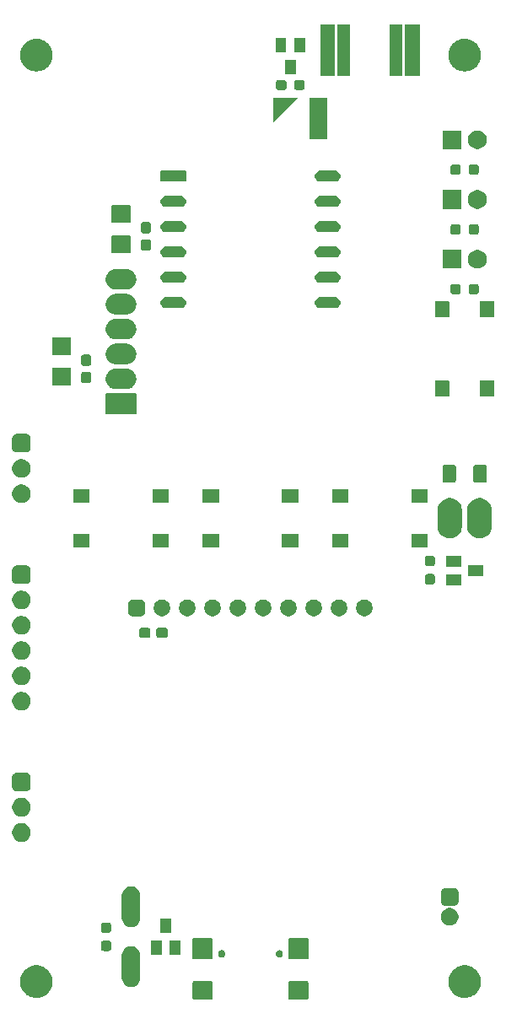
<source format=gts>
%TF.GenerationSoftware,KiCad,Pcbnew,9.0.4*%
%TF.CreationDate,2026-01-17T12:19:53+01:00*%
%TF.ProjectId,Spoke,53706f6b-652e-46b6-9963-61645f706362,2.1*%
%TF.SameCoordinates,PX5f5e100PY5f5e100*%
%TF.FileFunction,Soldermask,Top*%
%TF.FilePolarity,Negative*%
%FSLAX46Y46*%
G04 Gerber Fmt 4.6, Leading zero omitted, Abs format (unit mm)*
G04 Created by KiCad (PCBNEW 9.0.4) date 2026-01-17 12:19:53*
%MOMM*%
%LPD*%
G01*
G04 APERTURE LIST*
G04 APERTURE END LIST*
G36*
X-3916575Y-46453594D02*
G01*
X-3845851Y-46500851D01*
X-3798594Y-46571575D01*
X-3782000Y-46655000D01*
X-3782000Y-48095000D01*
X-3798594Y-48178425D01*
X-3845851Y-48249149D01*
X-3916575Y-48296406D01*
X-4000000Y-48313000D01*
X-5640000Y-48313000D01*
X-5723425Y-48296406D01*
X-5794149Y-48249149D01*
X-5841406Y-48178425D01*
X-5858000Y-48095000D01*
X-5858000Y-46655000D01*
X-5841406Y-46571575D01*
X-5794149Y-46500851D01*
X-5723425Y-46453594D01*
X-5640000Y-46437000D01*
X-4000000Y-46437000D01*
X-3916575Y-46453594D01*
G37*
G36*
X5723425Y-46453594D02*
G01*
X5794149Y-46500851D01*
X5841406Y-46571575D01*
X5858000Y-46655000D01*
X5858000Y-48095000D01*
X5841406Y-48178425D01*
X5794149Y-48249149D01*
X5723425Y-48296406D01*
X5640000Y-48313000D01*
X4000000Y-48313000D01*
X3916575Y-48296406D01*
X3845851Y-48249149D01*
X3798594Y-48178425D01*
X3782000Y-48095000D01*
X3782000Y-46655000D01*
X3798594Y-46571575D01*
X3845851Y-46500851D01*
X3916575Y-46453594D01*
X4000000Y-46437000D01*
X5640000Y-46437000D01*
X5723425Y-46453594D01*
G37*
G36*
X-21381975Y-44867049D02*
G01*
X-21371484Y-44867049D01*
X-21319824Y-44875231D01*
X-21180464Y-44893578D01*
X-21146460Y-44902689D01*
X-21117616Y-44907258D01*
X-21062143Y-44925282D01*
X-20973520Y-44949029D01*
X-20916978Y-44972449D01*
X-20873165Y-44986685D01*
X-20832123Y-45007597D01*
X-20775574Y-45031020D01*
X-20696108Y-45076900D01*
X-20644147Y-45103375D01*
X-20620526Y-45120537D01*
X-20590038Y-45138139D01*
X-20478513Y-45223715D01*
X-20436204Y-45254455D01*
X-20428788Y-45261871D01*
X-20420067Y-45268563D01*
X-20268564Y-45420066D01*
X-20261873Y-45428786D01*
X-20254455Y-45436204D01*
X-20223712Y-45478518D01*
X-20138140Y-45590037D01*
X-20120540Y-45620522D01*
X-20103375Y-45644147D01*
X-20076897Y-45696113D01*
X-20031021Y-45775573D01*
X-20007601Y-45832116D01*
X-19986685Y-45873165D01*
X-19972448Y-45916983D01*
X-19949030Y-45973519D01*
X-19925287Y-46062129D01*
X-19907258Y-46117616D01*
X-19902689Y-46146465D01*
X-19893579Y-46180463D01*
X-19875233Y-46319815D01*
X-19867049Y-46371484D01*
X-19867049Y-46381974D01*
X-19865614Y-46392874D01*
X-19865614Y-46607125D01*
X-19867049Y-46618024D01*
X-19867049Y-46628516D01*
X-19875234Y-46680188D01*
X-19893579Y-46819536D01*
X-19902689Y-46853531D01*
X-19907258Y-46882384D01*
X-19925289Y-46937875D01*
X-19949030Y-47026480D01*
X-19972446Y-47083011D01*
X-19986685Y-47126835D01*
X-20007603Y-47167887D01*
X-20031021Y-47224426D01*
X-20076893Y-47303878D01*
X-20103375Y-47355853D01*
X-20120542Y-47379481D01*
X-20138140Y-47409962D01*
X-20223699Y-47521462D01*
X-20254455Y-47563796D01*
X-20261876Y-47571216D01*
X-20268564Y-47579933D01*
X-20420067Y-47731436D01*
X-20428784Y-47738124D01*
X-20436204Y-47745545D01*
X-20478538Y-47776301D01*
X-20590038Y-47861860D01*
X-20620519Y-47879458D01*
X-20644147Y-47896625D01*
X-20696122Y-47923107D01*
X-20775574Y-47968979D01*
X-20832113Y-47992397D01*
X-20873165Y-48013315D01*
X-20916989Y-48027554D01*
X-20973520Y-48050970D01*
X-21062125Y-48074711D01*
X-21117616Y-48092742D01*
X-21146469Y-48097311D01*
X-21180464Y-48106421D01*
X-21319812Y-48124766D01*
X-21371484Y-48132951D01*
X-21381975Y-48132951D01*
X-21392875Y-48134386D01*
X-21607125Y-48134386D01*
X-21618025Y-48132951D01*
X-21628516Y-48132951D01*
X-21680188Y-48124767D01*
X-21819537Y-48106421D01*
X-21853535Y-48097311D01*
X-21882384Y-48092742D01*
X-21937871Y-48074713D01*
X-22026481Y-48050970D01*
X-22083017Y-48027552D01*
X-22126835Y-48013315D01*
X-22167884Y-47992399D01*
X-22224427Y-47968979D01*
X-22303887Y-47923103D01*
X-22355853Y-47896625D01*
X-22379478Y-47879460D01*
X-22409963Y-47861860D01*
X-22521482Y-47776288D01*
X-22563796Y-47745545D01*
X-22571214Y-47738127D01*
X-22579934Y-47731436D01*
X-22731437Y-47579933D01*
X-22738129Y-47571212D01*
X-22745545Y-47563796D01*
X-22776285Y-47521487D01*
X-22861861Y-47409962D01*
X-22879463Y-47379474D01*
X-22896625Y-47355853D01*
X-22923100Y-47303892D01*
X-22968980Y-47224426D01*
X-22992403Y-47167877D01*
X-23013315Y-47126835D01*
X-23027551Y-47083022D01*
X-23050971Y-47026480D01*
X-23074718Y-46937857D01*
X-23092742Y-46882384D01*
X-23097311Y-46853540D01*
X-23106422Y-46819536D01*
X-23124769Y-46680176D01*
X-23132951Y-46628516D01*
X-23132951Y-46618025D01*
X-23134386Y-46607125D01*
X-23134386Y-46392874D01*
X-23132951Y-46381973D01*
X-23132951Y-46371484D01*
X-23124770Y-46319828D01*
X-23106422Y-46180463D01*
X-23097310Y-46146456D01*
X-23092742Y-46117616D01*
X-23074720Y-46062147D01*
X-23050971Y-45973519D01*
X-23027549Y-45916972D01*
X-23013315Y-45873165D01*
X-22992406Y-45832126D01*
X-22968980Y-45775573D01*
X-22923096Y-45696098D01*
X-22896625Y-45644147D01*
X-22879466Y-45620529D01*
X-22861861Y-45590037D01*
X-22776271Y-45478493D01*
X-22745545Y-45436204D01*
X-22738132Y-45428790D01*
X-22731437Y-45420066D01*
X-22579934Y-45268563D01*
X-22571210Y-45261868D01*
X-22563796Y-45254455D01*
X-22521507Y-45223729D01*
X-22409963Y-45138139D01*
X-22379471Y-45120534D01*
X-22355853Y-45103375D01*
X-22303902Y-45076904D01*
X-22224427Y-45031020D01*
X-22167874Y-45007594D01*
X-22126835Y-44986685D01*
X-22083028Y-44972451D01*
X-22026481Y-44949029D01*
X-21937853Y-44925280D01*
X-21882384Y-44907258D01*
X-21853544Y-44902690D01*
X-21819537Y-44893578D01*
X-21680175Y-44875230D01*
X-21628516Y-44867049D01*
X-21618025Y-44867049D01*
X-21607125Y-44865614D01*
X-21392875Y-44865614D01*
X-21381975Y-44867049D01*
G37*
G36*
X21618025Y-44867049D02*
G01*
X21628516Y-44867049D01*
X21680176Y-44875231D01*
X21819536Y-44893578D01*
X21853540Y-44902689D01*
X21882384Y-44907258D01*
X21937857Y-44925282D01*
X22026480Y-44949029D01*
X22083022Y-44972449D01*
X22126835Y-44986685D01*
X22167877Y-45007597D01*
X22224426Y-45031020D01*
X22303892Y-45076900D01*
X22355853Y-45103375D01*
X22379474Y-45120537D01*
X22409962Y-45138139D01*
X22521487Y-45223715D01*
X22563796Y-45254455D01*
X22571212Y-45261871D01*
X22579933Y-45268563D01*
X22731436Y-45420066D01*
X22738127Y-45428786D01*
X22745545Y-45436204D01*
X22776288Y-45478518D01*
X22861860Y-45590037D01*
X22879460Y-45620522D01*
X22896625Y-45644147D01*
X22923103Y-45696113D01*
X22968979Y-45775573D01*
X22992399Y-45832116D01*
X23013315Y-45873165D01*
X23027552Y-45916983D01*
X23050970Y-45973519D01*
X23074713Y-46062129D01*
X23092742Y-46117616D01*
X23097311Y-46146465D01*
X23106421Y-46180463D01*
X23124767Y-46319815D01*
X23132951Y-46371484D01*
X23132951Y-46381974D01*
X23134386Y-46392874D01*
X23134386Y-46607125D01*
X23132951Y-46618024D01*
X23132951Y-46628516D01*
X23124766Y-46680188D01*
X23106421Y-46819536D01*
X23097311Y-46853531D01*
X23092742Y-46882384D01*
X23074711Y-46937875D01*
X23050970Y-47026480D01*
X23027554Y-47083011D01*
X23013315Y-47126835D01*
X22992397Y-47167887D01*
X22968979Y-47224426D01*
X22923107Y-47303878D01*
X22896625Y-47355853D01*
X22879458Y-47379481D01*
X22861860Y-47409962D01*
X22776301Y-47521462D01*
X22745545Y-47563796D01*
X22738124Y-47571216D01*
X22731436Y-47579933D01*
X22579933Y-47731436D01*
X22571216Y-47738124D01*
X22563796Y-47745545D01*
X22521462Y-47776301D01*
X22409962Y-47861860D01*
X22379481Y-47879458D01*
X22355853Y-47896625D01*
X22303878Y-47923107D01*
X22224426Y-47968979D01*
X22167887Y-47992397D01*
X22126835Y-48013315D01*
X22083011Y-48027554D01*
X22026480Y-48050970D01*
X21937875Y-48074711D01*
X21882384Y-48092742D01*
X21853531Y-48097311D01*
X21819536Y-48106421D01*
X21680188Y-48124766D01*
X21628516Y-48132951D01*
X21618025Y-48132951D01*
X21607125Y-48134386D01*
X21392875Y-48134386D01*
X21381975Y-48132951D01*
X21371484Y-48132951D01*
X21319812Y-48124767D01*
X21180463Y-48106421D01*
X21146465Y-48097311D01*
X21117616Y-48092742D01*
X21062129Y-48074713D01*
X20973519Y-48050970D01*
X20916983Y-48027552D01*
X20873165Y-48013315D01*
X20832116Y-47992399D01*
X20775573Y-47968979D01*
X20696113Y-47923103D01*
X20644147Y-47896625D01*
X20620522Y-47879460D01*
X20590037Y-47861860D01*
X20478518Y-47776288D01*
X20436204Y-47745545D01*
X20428786Y-47738127D01*
X20420066Y-47731436D01*
X20268563Y-47579933D01*
X20261871Y-47571212D01*
X20254455Y-47563796D01*
X20223715Y-47521487D01*
X20138139Y-47409962D01*
X20120537Y-47379474D01*
X20103375Y-47355853D01*
X20076900Y-47303892D01*
X20031020Y-47224426D01*
X20007597Y-47167877D01*
X19986685Y-47126835D01*
X19972449Y-47083022D01*
X19949029Y-47026480D01*
X19925282Y-46937857D01*
X19907258Y-46882384D01*
X19902689Y-46853540D01*
X19893578Y-46819536D01*
X19875231Y-46680176D01*
X19867049Y-46628516D01*
X19867049Y-46618025D01*
X19865614Y-46607125D01*
X19865614Y-46392874D01*
X19867049Y-46381973D01*
X19867049Y-46371484D01*
X19875230Y-46319828D01*
X19893578Y-46180463D01*
X19902690Y-46146456D01*
X19907258Y-46117616D01*
X19925280Y-46062147D01*
X19949029Y-45973519D01*
X19972451Y-45916972D01*
X19986685Y-45873165D01*
X20007594Y-45832126D01*
X20031020Y-45775573D01*
X20076904Y-45696098D01*
X20103375Y-45644147D01*
X20120534Y-45620529D01*
X20138139Y-45590037D01*
X20223729Y-45478493D01*
X20254455Y-45436204D01*
X20261868Y-45428790D01*
X20268563Y-45420066D01*
X20420066Y-45268563D01*
X20428790Y-45261868D01*
X20436204Y-45254455D01*
X20478493Y-45223729D01*
X20590037Y-45138139D01*
X20620529Y-45120534D01*
X20644147Y-45103375D01*
X20696098Y-45076904D01*
X20775573Y-45031020D01*
X20832126Y-45007594D01*
X20873165Y-44986685D01*
X20916972Y-44972451D01*
X20973519Y-44949029D01*
X21062147Y-44925280D01*
X21117616Y-44907258D01*
X21146456Y-44902690D01*
X21180463Y-44893578D01*
X21319825Y-44875230D01*
X21371484Y-44867049D01*
X21381975Y-44867049D01*
X21392875Y-44865614D01*
X21607125Y-44865614D01*
X21618025Y-44867049D01*
G37*
G36*
X-11727713Y-43002390D02*
G01*
X-11557830Y-43072758D01*
X-11404939Y-43174916D01*
X-11274916Y-43304939D01*
X-11172758Y-43457830D01*
X-11102390Y-43627713D01*
X-11066517Y-43808060D01*
X-11062000Y-43900000D01*
X-11062000Y-46100000D01*
X-11066517Y-46191940D01*
X-11102390Y-46372287D01*
X-11172758Y-46542170D01*
X-11274916Y-46695061D01*
X-11404939Y-46825084D01*
X-11557830Y-46927242D01*
X-11727713Y-46997610D01*
X-11908060Y-47033483D01*
X-12091940Y-47033483D01*
X-12272287Y-46997610D01*
X-12442170Y-46927242D01*
X-12595061Y-46825084D01*
X-12725084Y-46695061D01*
X-12827242Y-46542170D01*
X-12897610Y-46372287D01*
X-12933483Y-46191940D01*
X-12938000Y-46100000D01*
X-12938000Y-43900000D01*
X-12933483Y-43808060D01*
X-12897610Y-43627713D01*
X-12827242Y-43457830D01*
X-12725084Y-43304939D01*
X-12595061Y-43174916D01*
X-12442170Y-43072758D01*
X-12272287Y-43002390D01*
X-12091940Y-42966517D01*
X-11908060Y-42966517D01*
X-11727713Y-43002390D01*
G37*
G36*
X-4015953Y-42107805D02*
G01*
X-3967339Y-42113445D01*
X-3950729Y-42120779D01*
X-3928921Y-42125117D01*
X-3905575Y-42140716D01*
X-3885988Y-42149365D01*
X-3872610Y-42162743D01*
X-3851709Y-42176709D01*
X-3837744Y-42197609D01*
X-3824366Y-42210987D01*
X-3815719Y-42230572D01*
X-3800117Y-42253921D01*
X-3795779Y-42275731D01*
X-3788446Y-42292338D01*
X-3782808Y-42340942D01*
X-3782000Y-42345000D01*
X-3782000Y-44045000D01*
X-3782808Y-44049059D01*
X-3788446Y-44097661D01*
X-3795779Y-44114266D01*
X-3800117Y-44136079D01*
X-3815720Y-44159429D01*
X-3824366Y-44179012D01*
X-3837742Y-44192387D01*
X-3851709Y-44213291D01*
X-3872613Y-44227258D01*
X-3885988Y-44240634D01*
X-3905571Y-44249280D01*
X-3928921Y-44264883D01*
X-3950734Y-44269221D01*
X-3967339Y-44276554D01*
X-4015941Y-44282192D01*
X-4020000Y-44283000D01*
X-5620000Y-44283000D01*
X-5624058Y-44282192D01*
X-5672662Y-44276554D01*
X-5689269Y-44269221D01*
X-5711079Y-44264883D01*
X-5734428Y-44249281D01*
X-5754013Y-44240634D01*
X-5767391Y-44227256D01*
X-5788291Y-44213291D01*
X-5802257Y-44192390D01*
X-5815635Y-44179012D01*
X-5824284Y-44159425D01*
X-5839883Y-44136079D01*
X-5844221Y-44114271D01*
X-5851555Y-44097661D01*
X-5857195Y-44049047D01*
X-5858000Y-44045000D01*
X-5858000Y-42345000D01*
X-5857196Y-42340954D01*
X-5851555Y-42292338D01*
X-5844221Y-42275727D01*
X-5839883Y-42253921D01*
X-5824285Y-42230576D01*
X-5815635Y-42210987D01*
X-5802255Y-42197606D01*
X-5788291Y-42176709D01*
X-5767394Y-42162745D01*
X-5754013Y-42149365D01*
X-5734424Y-42140715D01*
X-5711079Y-42125117D01*
X-5689273Y-42120779D01*
X-5672662Y-42113445D01*
X-5624046Y-42107804D01*
X-5620000Y-42107000D01*
X-4020000Y-42107000D01*
X-4015953Y-42107805D01*
G37*
G36*
X5624047Y-42107805D02*
G01*
X5672661Y-42113445D01*
X5689271Y-42120779D01*
X5711079Y-42125117D01*
X5734425Y-42140716D01*
X5754012Y-42149365D01*
X5767390Y-42162743D01*
X5788291Y-42176709D01*
X5802256Y-42197609D01*
X5815634Y-42210987D01*
X5824281Y-42230572D01*
X5839883Y-42253921D01*
X5844221Y-42275731D01*
X5851554Y-42292338D01*
X5857192Y-42340942D01*
X5858000Y-42345000D01*
X5858000Y-44045000D01*
X5857192Y-44049059D01*
X5851554Y-44097661D01*
X5844221Y-44114266D01*
X5839883Y-44136079D01*
X5824280Y-44159429D01*
X5815634Y-44179012D01*
X5802258Y-44192387D01*
X5788291Y-44213291D01*
X5767387Y-44227258D01*
X5754012Y-44240634D01*
X5734429Y-44249280D01*
X5711079Y-44264883D01*
X5689266Y-44269221D01*
X5672661Y-44276554D01*
X5624059Y-44282192D01*
X5620000Y-44283000D01*
X4020000Y-44283000D01*
X4015942Y-44282192D01*
X3967338Y-44276554D01*
X3950731Y-44269221D01*
X3928921Y-44264883D01*
X3905572Y-44249281D01*
X3885987Y-44240634D01*
X3872609Y-44227256D01*
X3851709Y-44213291D01*
X3837743Y-44192390D01*
X3824365Y-44179012D01*
X3815716Y-44159425D01*
X3800117Y-44136079D01*
X3795779Y-44114271D01*
X3788445Y-44097661D01*
X3782805Y-44049047D01*
X3782000Y-44045000D01*
X3782000Y-42345000D01*
X3782804Y-42340954D01*
X3788445Y-42292338D01*
X3795779Y-42275727D01*
X3800117Y-42253921D01*
X3815715Y-42230576D01*
X3824365Y-42210987D01*
X3837745Y-42197606D01*
X3851709Y-42176709D01*
X3872606Y-42162745D01*
X3885987Y-42149365D01*
X3905576Y-42140715D01*
X3928921Y-42125117D01*
X3950727Y-42120779D01*
X3967338Y-42113445D01*
X4015954Y-42107804D01*
X4020000Y-42107000D01*
X5620000Y-42107000D01*
X5624047Y-42107805D01*
G37*
G36*
X-2751086Y-43359632D02*
G01*
X-2669020Y-43407013D01*
X-2602013Y-43474020D01*
X-2554632Y-43556086D01*
X-2530106Y-43647619D01*
X-2530106Y-43742381D01*
X-2554632Y-43833914D01*
X-2602013Y-43915980D01*
X-2669020Y-43982987D01*
X-2751086Y-44030368D01*
X-2842619Y-44054894D01*
X-2937381Y-44054894D01*
X-3028914Y-44030368D01*
X-3110980Y-43982987D01*
X-3177987Y-43915980D01*
X-3225368Y-43833914D01*
X-3249894Y-43742381D01*
X-3249894Y-43647619D01*
X-3225368Y-43556086D01*
X-3177987Y-43474020D01*
X-3110980Y-43407013D01*
X-3028914Y-43359632D01*
X-2937381Y-43335106D01*
X-2842619Y-43335106D01*
X-2751086Y-43359632D01*
G37*
G36*
X3028914Y-43359632D02*
G01*
X3110980Y-43407013D01*
X3177987Y-43474020D01*
X3225368Y-43556086D01*
X3249894Y-43647619D01*
X3249894Y-43742381D01*
X3225368Y-43833914D01*
X3177987Y-43915980D01*
X3110980Y-43982987D01*
X3028914Y-44030368D01*
X2937381Y-44054894D01*
X2842619Y-44054894D01*
X2751086Y-44030368D01*
X2669020Y-43982987D01*
X2602013Y-43915980D01*
X2554632Y-43833914D01*
X2530106Y-43742381D01*
X2530106Y-43647619D01*
X2554632Y-43556086D01*
X2602013Y-43474020D01*
X2669020Y-43407013D01*
X2751086Y-43359632D01*
X2842619Y-43335106D01*
X2937381Y-43335106D01*
X3028914Y-43359632D01*
G37*
G36*
X-8935458Y-42364893D02*
G01*
X-8923130Y-42373130D01*
X-8914893Y-42385458D01*
X-8912000Y-42400000D01*
X-8912000Y-43800000D01*
X-8914893Y-43814542D01*
X-8923130Y-43826870D01*
X-8935458Y-43835107D01*
X-8950000Y-43838000D01*
X-9950000Y-43838000D01*
X-9964542Y-43835107D01*
X-9976870Y-43826870D01*
X-9985107Y-43814542D01*
X-9988000Y-43800000D01*
X-9988000Y-42400000D01*
X-9985107Y-42385458D01*
X-9976870Y-42373130D01*
X-9964542Y-42364893D01*
X-9950000Y-42362000D01*
X-8950000Y-42362000D01*
X-8935458Y-42364893D01*
G37*
G36*
X-7035458Y-42364893D02*
G01*
X-7023130Y-42373130D01*
X-7014893Y-42385458D01*
X-7012000Y-42400000D01*
X-7012000Y-43800000D01*
X-7014893Y-43814542D01*
X-7023130Y-43826870D01*
X-7035458Y-43835107D01*
X-7050000Y-43838000D01*
X-8050000Y-43838000D01*
X-8064542Y-43835107D01*
X-8076870Y-43826870D01*
X-8085107Y-43814542D01*
X-8088000Y-43800000D01*
X-8088000Y-42400000D01*
X-8085107Y-42385458D01*
X-8076870Y-42373130D01*
X-8064542Y-42364893D01*
X-8050000Y-42362000D01*
X-7050000Y-42362000D01*
X-7035458Y-42364893D01*
G37*
G36*
X-14256091Y-42388274D02*
G01*
X-14192410Y-42396658D01*
X-14176391Y-42404128D01*
X-14157071Y-42407971D01*
X-14131481Y-42425069D01*
X-14104925Y-42437453D01*
X-14088770Y-42453608D01*
X-14067692Y-42467692D01*
X-14053609Y-42488769D01*
X-14037454Y-42504924D01*
X-14025072Y-42531478D01*
X-14007971Y-42557071D01*
X-14004128Y-42576392D01*
X-13996659Y-42592409D01*
X-13988278Y-42656077D01*
X-13987000Y-42662500D01*
X-13987000Y-43162500D01*
X-13988278Y-43168924D01*
X-13996659Y-43232590D01*
X-14004128Y-43248606D01*
X-14007971Y-43267929D01*
X-14025074Y-43293524D01*
X-14037454Y-43320075D01*
X-14053607Y-43336227D01*
X-14067692Y-43357308D01*
X-14088773Y-43371393D01*
X-14104925Y-43387546D01*
X-14131476Y-43399926D01*
X-14157071Y-43417029D01*
X-14176394Y-43420872D01*
X-14192410Y-43428341D01*
X-14256076Y-43436722D01*
X-14262500Y-43438000D01*
X-14737500Y-43438000D01*
X-14743923Y-43436722D01*
X-14807591Y-43428341D01*
X-14823608Y-43420872D01*
X-14842929Y-43417029D01*
X-14868522Y-43399928D01*
X-14895076Y-43387546D01*
X-14911231Y-43371391D01*
X-14932308Y-43357308D01*
X-14946392Y-43336230D01*
X-14962547Y-43320075D01*
X-14974931Y-43293519D01*
X-14992029Y-43267929D01*
X-14995872Y-43248609D01*
X-15003342Y-43232590D01*
X-15011726Y-43168909D01*
X-15013000Y-43162500D01*
X-15013000Y-42662500D01*
X-15011726Y-42656092D01*
X-15003342Y-42592409D01*
X-14995872Y-42576388D01*
X-14992029Y-42557071D01*
X-14974932Y-42531483D01*
X-14962547Y-42504924D01*
X-14946390Y-42488766D01*
X-14932308Y-42467692D01*
X-14911234Y-42453610D01*
X-14895076Y-42437453D01*
X-14868517Y-42425068D01*
X-14842929Y-42407971D01*
X-14823612Y-42404128D01*
X-14807591Y-42396658D01*
X-14743908Y-42388274D01*
X-14737500Y-42387000D01*
X-14262500Y-42387000D01*
X-14256091Y-42388274D01*
G37*
G36*
X-7985458Y-40164893D02*
G01*
X-7973130Y-40173130D01*
X-7964893Y-40185458D01*
X-7962000Y-40200000D01*
X-7962000Y-41600000D01*
X-7964893Y-41614542D01*
X-7973130Y-41626870D01*
X-7985458Y-41635107D01*
X-8000000Y-41638000D01*
X-9000000Y-41638000D01*
X-9014542Y-41635107D01*
X-9026870Y-41626870D01*
X-9035107Y-41614542D01*
X-9038000Y-41600000D01*
X-9038000Y-40200000D01*
X-9035107Y-40185458D01*
X-9026870Y-40173130D01*
X-9014542Y-40164893D01*
X-9000000Y-40162000D01*
X-8000000Y-40162000D01*
X-7985458Y-40164893D01*
G37*
G36*
X-14256091Y-40563274D02*
G01*
X-14192410Y-40571658D01*
X-14176391Y-40579128D01*
X-14157071Y-40582971D01*
X-14131481Y-40600069D01*
X-14104925Y-40612453D01*
X-14088770Y-40628608D01*
X-14067692Y-40642692D01*
X-14053609Y-40663769D01*
X-14037454Y-40679924D01*
X-14025072Y-40706478D01*
X-14007971Y-40732071D01*
X-14004128Y-40751392D01*
X-13996659Y-40767409D01*
X-13988278Y-40831077D01*
X-13987000Y-40837500D01*
X-13987000Y-41337500D01*
X-13988278Y-41343924D01*
X-13996659Y-41407590D01*
X-14004128Y-41423606D01*
X-14007971Y-41442929D01*
X-14025074Y-41468524D01*
X-14037454Y-41495075D01*
X-14053607Y-41511227D01*
X-14067692Y-41532308D01*
X-14088773Y-41546393D01*
X-14104925Y-41562546D01*
X-14131476Y-41574926D01*
X-14157071Y-41592029D01*
X-14176394Y-41595872D01*
X-14192410Y-41603341D01*
X-14256076Y-41611722D01*
X-14262500Y-41613000D01*
X-14737500Y-41613000D01*
X-14743923Y-41611722D01*
X-14807591Y-41603341D01*
X-14823608Y-41595872D01*
X-14842929Y-41592029D01*
X-14868522Y-41574928D01*
X-14895076Y-41562546D01*
X-14911231Y-41546391D01*
X-14932308Y-41532308D01*
X-14946392Y-41511230D01*
X-14962547Y-41495075D01*
X-14974931Y-41468519D01*
X-14992029Y-41442929D01*
X-14995872Y-41423609D01*
X-15003342Y-41407590D01*
X-15011726Y-41343909D01*
X-15013000Y-41337500D01*
X-15013000Y-40837500D01*
X-15011726Y-40831092D01*
X-15003342Y-40767409D01*
X-14995872Y-40751388D01*
X-14992029Y-40732071D01*
X-14974932Y-40706483D01*
X-14962547Y-40679924D01*
X-14946390Y-40663766D01*
X-14932308Y-40642692D01*
X-14911234Y-40628610D01*
X-14895076Y-40612453D01*
X-14868517Y-40600068D01*
X-14842929Y-40582971D01*
X-14823612Y-40579128D01*
X-14807591Y-40571658D01*
X-14743908Y-40563274D01*
X-14737500Y-40562000D01*
X-14262500Y-40562000D01*
X-14256091Y-40563274D01*
G37*
G36*
X-11727713Y-37002390D02*
G01*
X-11557830Y-37072758D01*
X-11404939Y-37174916D01*
X-11274916Y-37304939D01*
X-11172758Y-37457830D01*
X-11102390Y-37627713D01*
X-11066517Y-37808060D01*
X-11062000Y-37900000D01*
X-11062000Y-40100000D01*
X-11066517Y-40191940D01*
X-11102390Y-40372287D01*
X-11172758Y-40542170D01*
X-11274916Y-40695061D01*
X-11404939Y-40825084D01*
X-11557830Y-40927242D01*
X-11727713Y-40997610D01*
X-11908060Y-41033483D01*
X-12091940Y-41033483D01*
X-12272287Y-40997610D01*
X-12442170Y-40927242D01*
X-12595061Y-40825084D01*
X-12725084Y-40695061D01*
X-12827242Y-40542170D01*
X-12897610Y-40372287D01*
X-12933483Y-40191940D01*
X-12938000Y-40100000D01*
X-12938000Y-37900000D01*
X-12933483Y-37808060D01*
X-12897610Y-37627713D01*
X-12827242Y-37457830D01*
X-12725084Y-37304939D01*
X-12595061Y-37174916D01*
X-12442170Y-37072758D01*
X-12272287Y-37002390D01*
X-12091940Y-36966517D01*
X-11908060Y-36966517D01*
X-11727713Y-37002390D01*
G37*
G36*
X20257773Y-39150237D02*
G01*
X20418600Y-39216854D01*
X20563341Y-39313567D01*
X20686433Y-39436659D01*
X20783146Y-39581400D01*
X20849763Y-39742227D01*
X20883724Y-39912961D01*
X20883724Y-40087039D01*
X20849763Y-40257773D01*
X20783146Y-40418600D01*
X20686433Y-40563341D01*
X20563341Y-40686433D01*
X20418600Y-40783146D01*
X20257773Y-40849763D01*
X20087039Y-40883724D01*
X19912961Y-40883724D01*
X19742227Y-40849763D01*
X19581400Y-40783146D01*
X19436659Y-40686433D01*
X19313567Y-40563341D01*
X19216854Y-40418600D01*
X19150237Y-40257773D01*
X19116276Y-40087039D01*
X19116276Y-39912961D01*
X19150237Y-39742227D01*
X19216854Y-39581400D01*
X19313567Y-39436659D01*
X19436659Y-39313567D01*
X19581400Y-39216854D01*
X19742227Y-39150237D01*
X19912961Y-39116276D01*
X20087039Y-39116276D01*
X20257773Y-39150237D01*
G37*
G36*
X20511077Y-37120072D02*
G01*
X20517143Y-37122194D01*
X20522457Y-37122766D01*
X20578302Y-37143595D01*
X20641345Y-37165655D01*
X20645328Y-37168594D01*
X20646648Y-37169087D01*
X20692317Y-37203274D01*
X20752390Y-37247610D01*
X20796742Y-37307706D01*
X20830912Y-37353351D01*
X20831403Y-37354670D01*
X20834345Y-37358655D01*
X20856414Y-37421725D01*
X20877233Y-37477542D01*
X20877803Y-37482852D01*
X20879928Y-37488923D01*
X20888000Y-37575000D01*
X20888000Y-38425000D01*
X20879928Y-38511077D01*
X20877803Y-38517147D01*
X20877233Y-38522457D01*
X20856419Y-38578258D01*
X20834345Y-38641345D01*
X20831403Y-38645330D01*
X20830912Y-38646648D01*
X20796795Y-38692222D01*
X20752390Y-38752390D01*
X20692222Y-38796795D01*
X20646648Y-38830912D01*
X20645330Y-38831403D01*
X20641345Y-38834345D01*
X20578258Y-38856419D01*
X20522457Y-38877233D01*
X20517147Y-38877803D01*
X20511077Y-38879928D01*
X20425000Y-38888000D01*
X19575000Y-38888000D01*
X19488923Y-38879928D01*
X19482852Y-38877803D01*
X19477542Y-38877233D01*
X19421725Y-38856414D01*
X19358655Y-38834345D01*
X19354670Y-38831403D01*
X19353351Y-38830912D01*
X19307706Y-38796742D01*
X19247610Y-38752390D01*
X19203274Y-38692317D01*
X19169087Y-38646648D01*
X19168594Y-38645328D01*
X19165655Y-38641345D01*
X19143595Y-38578302D01*
X19122766Y-38522457D01*
X19122194Y-38517143D01*
X19120072Y-38511077D01*
X19112000Y-38425000D01*
X19112000Y-37575000D01*
X19120072Y-37488923D01*
X19122194Y-37482856D01*
X19122766Y-37477542D01*
X19143600Y-37421681D01*
X19165655Y-37358655D01*
X19168593Y-37354672D01*
X19169087Y-37353351D01*
X19203326Y-37307611D01*
X19247610Y-37247610D01*
X19307611Y-37203326D01*
X19353351Y-37169087D01*
X19354672Y-37168593D01*
X19358655Y-37165655D01*
X19421681Y-37143600D01*
X19477542Y-37122766D01*
X19482856Y-37122194D01*
X19488923Y-37120072D01*
X19575000Y-37112000D01*
X20425000Y-37112000D01*
X20511077Y-37120072D01*
G37*
G36*
X-22727713Y-30642390D02*
G01*
X-22557830Y-30712758D01*
X-22404939Y-30814916D01*
X-22274916Y-30944939D01*
X-22172758Y-31097830D01*
X-22102390Y-31267713D01*
X-22066517Y-31448060D01*
X-22066517Y-31631940D01*
X-22102390Y-31812287D01*
X-22172758Y-31982170D01*
X-22274916Y-32135061D01*
X-22404939Y-32265084D01*
X-22557830Y-32367242D01*
X-22727713Y-32437610D01*
X-22908060Y-32473483D01*
X-23091940Y-32473483D01*
X-23272287Y-32437610D01*
X-23442170Y-32367242D01*
X-23595061Y-32265084D01*
X-23725084Y-32135061D01*
X-23827242Y-31982170D01*
X-23897610Y-31812287D01*
X-23933483Y-31631940D01*
X-23933483Y-31448060D01*
X-23897610Y-31267713D01*
X-23827242Y-31097830D01*
X-23725084Y-30944939D01*
X-23595061Y-30814916D01*
X-23442170Y-30712758D01*
X-23272287Y-30642390D01*
X-23091940Y-30606517D01*
X-22908060Y-30606517D01*
X-22727713Y-30642390D01*
G37*
G36*
X-22727713Y-28102390D02*
G01*
X-22557830Y-28172758D01*
X-22404939Y-28274916D01*
X-22274916Y-28404939D01*
X-22172758Y-28557830D01*
X-22102390Y-28727713D01*
X-22066517Y-28908060D01*
X-22066517Y-29091940D01*
X-22102390Y-29272287D01*
X-22172758Y-29442170D01*
X-22274916Y-29595061D01*
X-22404939Y-29725084D01*
X-22557830Y-29827242D01*
X-22727713Y-29897610D01*
X-22908060Y-29933483D01*
X-23091940Y-29933483D01*
X-23272287Y-29897610D01*
X-23442170Y-29827242D01*
X-23595061Y-29725084D01*
X-23725084Y-29595061D01*
X-23827242Y-29442170D01*
X-23897610Y-29272287D01*
X-23933483Y-29091940D01*
X-23933483Y-28908060D01*
X-23897610Y-28727713D01*
X-23827242Y-28557830D01*
X-23725084Y-28404939D01*
X-23595061Y-28274916D01*
X-23442170Y-28172758D01*
X-23272287Y-28102390D01*
X-23091940Y-28066517D01*
X-22908060Y-28066517D01*
X-22727713Y-28102390D01*
G37*
G36*
X-22446268Y-25533152D02*
G01*
X-22439689Y-25535605D01*
X-22434975Y-25536172D01*
X-22379185Y-25558173D01*
X-22316126Y-25581693D01*
X-22312323Y-25584540D01*
X-22311058Y-25585039D01*
X-22265019Y-25619951D01*
X-22204932Y-25664932D01*
X-22159933Y-25725043D01*
X-22125040Y-25771057D01*
X-22124542Y-25772320D01*
X-22121693Y-25776126D01*
X-22098159Y-25839223D01*
X-22076173Y-25894975D01*
X-22075608Y-25899684D01*
X-22073152Y-25906268D01*
X-22062000Y-26010000D01*
X-22062000Y-26910000D01*
X-22073152Y-27013732D01*
X-22075608Y-27020315D01*
X-22076173Y-27025025D01*
X-22098156Y-27080768D01*
X-22121693Y-27143874D01*
X-22124543Y-27147680D01*
X-22125040Y-27148942D01*
X-22159875Y-27194878D01*
X-22204932Y-27255068D01*
X-22265122Y-27300125D01*
X-22311058Y-27334960D01*
X-22312320Y-27335457D01*
X-22316126Y-27338307D01*
X-22379242Y-27361848D01*
X-22434976Y-27383827D01*
X-22439685Y-27384392D01*
X-22446268Y-27386848D01*
X-22550000Y-27398000D01*
X-23450000Y-27398000D01*
X-23553732Y-27386848D01*
X-23560315Y-27384392D01*
X-23565026Y-27383827D01*
X-23620788Y-27361837D01*
X-23683874Y-27338307D01*
X-23687680Y-27335458D01*
X-23688943Y-27334960D01*
X-23734957Y-27300067D01*
X-23795068Y-27255068D01*
X-23840049Y-27194981D01*
X-23874961Y-27148942D01*
X-23875460Y-27147677D01*
X-23878307Y-27143874D01*
X-23901831Y-27080805D01*
X-23923828Y-27025024D01*
X-23924394Y-27020311D01*
X-23926848Y-27013732D01*
X-23938000Y-26910000D01*
X-23938000Y-26010000D01*
X-23926848Y-25906268D01*
X-23924395Y-25899689D01*
X-23923828Y-25894974D01*
X-23901820Y-25839166D01*
X-23878307Y-25776126D01*
X-23875461Y-25772323D01*
X-23874961Y-25771057D01*
X-23839991Y-25724940D01*
X-23795068Y-25664932D01*
X-23735060Y-25620009D01*
X-23688943Y-25585039D01*
X-23687677Y-25584539D01*
X-23683874Y-25581693D01*
X-23620824Y-25558176D01*
X-23565025Y-25536172D01*
X-23560312Y-25535605D01*
X-23553732Y-25533152D01*
X-23450000Y-25522000D01*
X-22550000Y-25522000D01*
X-22446268Y-25533152D01*
G37*
G36*
X-22727713Y-17452390D02*
G01*
X-22557830Y-17522758D01*
X-22404939Y-17624916D01*
X-22274916Y-17754939D01*
X-22172758Y-17907830D01*
X-22102390Y-18077713D01*
X-22066517Y-18258060D01*
X-22066517Y-18441940D01*
X-22102390Y-18622287D01*
X-22172758Y-18792170D01*
X-22274916Y-18945061D01*
X-22404939Y-19075084D01*
X-22557830Y-19177242D01*
X-22727713Y-19247610D01*
X-22908060Y-19283483D01*
X-23091940Y-19283483D01*
X-23272287Y-19247610D01*
X-23442170Y-19177242D01*
X-23595061Y-19075084D01*
X-23725084Y-18945061D01*
X-23827242Y-18792170D01*
X-23897610Y-18622287D01*
X-23933483Y-18441940D01*
X-23933483Y-18258060D01*
X-23897610Y-18077713D01*
X-23827242Y-17907830D01*
X-23725084Y-17754939D01*
X-23595061Y-17624916D01*
X-23442170Y-17522758D01*
X-23272287Y-17452390D01*
X-23091940Y-17416517D01*
X-22908060Y-17416517D01*
X-22727713Y-17452390D01*
G37*
G36*
X-22727713Y-14912390D02*
G01*
X-22557830Y-14982758D01*
X-22404939Y-15084916D01*
X-22274916Y-15214939D01*
X-22172758Y-15367830D01*
X-22102390Y-15537713D01*
X-22066517Y-15718060D01*
X-22066517Y-15901940D01*
X-22102390Y-16082287D01*
X-22172758Y-16252170D01*
X-22274916Y-16405061D01*
X-22404939Y-16535084D01*
X-22557830Y-16637242D01*
X-22727713Y-16707610D01*
X-22908060Y-16743483D01*
X-23091940Y-16743483D01*
X-23272287Y-16707610D01*
X-23442170Y-16637242D01*
X-23595061Y-16535084D01*
X-23725084Y-16405061D01*
X-23827242Y-16252170D01*
X-23897610Y-16082287D01*
X-23933483Y-15901940D01*
X-23933483Y-15718060D01*
X-23897610Y-15537713D01*
X-23827242Y-15367830D01*
X-23725084Y-15214939D01*
X-23595061Y-15084916D01*
X-23442170Y-14982758D01*
X-23272287Y-14912390D01*
X-23091940Y-14876517D01*
X-22908060Y-14876517D01*
X-22727713Y-14912390D01*
G37*
G36*
X-22727713Y-12372390D02*
G01*
X-22557830Y-12442758D01*
X-22404939Y-12544916D01*
X-22274916Y-12674939D01*
X-22172758Y-12827830D01*
X-22102390Y-12997713D01*
X-22066517Y-13178060D01*
X-22066517Y-13361940D01*
X-22102390Y-13542287D01*
X-22172758Y-13712170D01*
X-22274916Y-13865061D01*
X-22404939Y-13995084D01*
X-22557830Y-14097242D01*
X-22727713Y-14167610D01*
X-22908060Y-14203483D01*
X-23091940Y-14203483D01*
X-23272287Y-14167610D01*
X-23442170Y-14097242D01*
X-23595061Y-13995084D01*
X-23725084Y-13865061D01*
X-23827242Y-13712170D01*
X-23897610Y-13542287D01*
X-23933483Y-13361940D01*
X-23933483Y-13178060D01*
X-23897610Y-12997713D01*
X-23827242Y-12827830D01*
X-23725084Y-12674939D01*
X-23595061Y-12544916D01*
X-23442170Y-12442758D01*
X-23272287Y-12372390D01*
X-23091940Y-12336517D01*
X-22908060Y-12336517D01*
X-22727713Y-12372390D01*
G37*
G36*
X-10306091Y-10988274D02*
G01*
X-10242410Y-10996658D01*
X-10226391Y-11004128D01*
X-10207071Y-11007971D01*
X-10181481Y-11025069D01*
X-10154925Y-11037453D01*
X-10138770Y-11053608D01*
X-10117692Y-11067692D01*
X-10103609Y-11088769D01*
X-10087454Y-11104924D01*
X-10075072Y-11131478D01*
X-10057971Y-11157071D01*
X-10054128Y-11176392D01*
X-10046659Y-11192409D01*
X-10038278Y-11256077D01*
X-10037000Y-11262500D01*
X-10037000Y-11737500D01*
X-10038278Y-11743924D01*
X-10046659Y-11807590D01*
X-10054128Y-11823606D01*
X-10057971Y-11842929D01*
X-10075074Y-11868524D01*
X-10087454Y-11895075D01*
X-10103607Y-11911227D01*
X-10117692Y-11932308D01*
X-10138773Y-11946393D01*
X-10154925Y-11962546D01*
X-10181476Y-11974926D01*
X-10207071Y-11992029D01*
X-10226394Y-11995872D01*
X-10242410Y-12003341D01*
X-10306076Y-12011722D01*
X-10312500Y-12013000D01*
X-10912500Y-12013000D01*
X-10918923Y-12011722D01*
X-10982591Y-12003341D01*
X-10998608Y-11995872D01*
X-11017929Y-11992029D01*
X-11043522Y-11974928D01*
X-11070076Y-11962546D01*
X-11086231Y-11946391D01*
X-11107308Y-11932308D01*
X-11121392Y-11911230D01*
X-11137547Y-11895075D01*
X-11149931Y-11868519D01*
X-11167029Y-11842929D01*
X-11170872Y-11823609D01*
X-11178342Y-11807590D01*
X-11186726Y-11743909D01*
X-11188000Y-11737500D01*
X-11188000Y-11262500D01*
X-11186726Y-11256092D01*
X-11178342Y-11192409D01*
X-11170872Y-11176388D01*
X-11167029Y-11157071D01*
X-11149932Y-11131483D01*
X-11137547Y-11104924D01*
X-11121390Y-11088766D01*
X-11107308Y-11067692D01*
X-11086234Y-11053610D01*
X-11070076Y-11037453D01*
X-11043517Y-11025068D01*
X-11017929Y-11007971D01*
X-10998612Y-11004128D01*
X-10982591Y-10996658D01*
X-10918908Y-10988274D01*
X-10912500Y-10987000D01*
X-10312500Y-10987000D01*
X-10306091Y-10988274D01*
G37*
G36*
X-8581091Y-10988274D02*
G01*
X-8517410Y-10996658D01*
X-8501391Y-11004128D01*
X-8482071Y-11007971D01*
X-8456481Y-11025069D01*
X-8429925Y-11037453D01*
X-8413770Y-11053608D01*
X-8392692Y-11067692D01*
X-8378609Y-11088769D01*
X-8362454Y-11104924D01*
X-8350072Y-11131478D01*
X-8332971Y-11157071D01*
X-8329128Y-11176392D01*
X-8321659Y-11192409D01*
X-8313278Y-11256077D01*
X-8312000Y-11262500D01*
X-8312000Y-11737500D01*
X-8313278Y-11743924D01*
X-8321659Y-11807590D01*
X-8329128Y-11823606D01*
X-8332971Y-11842929D01*
X-8350074Y-11868524D01*
X-8362454Y-11895075D01*
X-8378607Y-11911227D01*
X-8392692Y-11932308D01*
X-8413773Y-11946393D01*
X-8429925Y-11962546D01*
X-8456476Y-11974926D01*
X-8482071Y-11992029D01*
X-8501394Y-11995872D01*
X-8517410Y-12003341D01*
X-8581076Y-12011722D01*
X-8587500Y-12013000D01*
X-9187500Y-12013000D01*
X-9193923Y-12011722D01*
X-9257591Y-12003341D01*
X-9273608Y-11995872D01*
X-9292929Y-11992029D01*
X-9318522Y-11974928D01*
X-9345076Y-11962546D01*
X-9361231Y-11946391D01*
X-9382308Y-11932308D01*
X-9396392Y-11911230D01*
X-9412547Y-11895075D01*
X-9424931Y-11868519D01*
X-9442029Y-11842929D01*
X-9445872Y-11823609D01*
X-9453342Y-11807590D01*
X-9461726Y-11743909D01*
X-9463000Y-11737500D01*
X-9463000Y-11262500D01*
X-9461726Y-11256092D01*
X-9453342Y-11192409D01*
X-9445872Y-11176388D01*
X-9442029Y-11157071D01*
X-9424932Y-11131483D01*
X-9412547Y-11104924D01*
X-9396390Y-11088766D01*
X-9382308Y-11067692D01*
X-9361234Y-11053610D01*
X-9345076Y-11037453D01*
X-9318517Y-11025068D01*
X-9292929Y-11007971D01*
X-9273612Y-11004128D01*
X-9257591Y-10996658D01*
X-9193908Y-10988274D01*
X-9187500Y-10987000D01*
X-8587500Y-10987000D01*
X-8581091Y-10988274D01*
G37*
G36*
X-22727713Y-9832390D02*
G01*
X-22557830Y-9902758D01*
X-22404939Y-10004916D01*
X-22274916Y-10134939D01*
X-22172758Y-10287830D01*
X-22102390Y-10457713D01*
X-22066517Y-10638060D01*
X-22066517Y-10821940D01*
X-22102390Y-11002287D01*
X-22172758Y-11172170D01*
X-22274916Y-11325061D01*
X-22404939Y-11455084D01*
X-22557830Y-11557242D01*
X-22727713Y-11627610D01*
X-22908060Y-11663483D01*
X-23091940Y-11663483D01*
X-23272287Y-11627610D01*
X-23442170Y-11557242D01*
X-23595061Y-11455084D01*
X-23725084Y-11325061D01*
X-23827242Y-11172170D01*
X-23897610Y-11002287D01*
X-23933483Y-10821940D01*
X-23933483Y-10638060D01*
X-23897610Y-10457713D01*
X-23827242Y-10287830D01*
X-23725084Y-10134939D01*
X-23595061Y-10004916D01*
X-23442170Y-9902758D01*
X-23272287Y-9832390D01*
X-23091940Y-9796517D01*
X-22908060Y-9796517D01*
X-22727713Y-9832390D01*
G37*
G36*
X-10948571Y-8169636D02*
G01*
X-10942772Y-8171665D01*
X-10937854Y-8172194D01*
X-10886211Y-8191456D01*
X-10825336Y-8212757D01*
X-10821488Y-8215597D01*
X-10820336Y-8216027D01*
X-10780514Y-8245837D01*
X-10720287Y-8290287D01*
X-10675820Y-8350537D01*
X-10646028Y-8390335D01*
X-10645599Y-8391485D01*
X-10642757Y-8395336D01*
X-10621439Y-8456262D01*
X-10602196Y-8507853D01*
X-10601669Y-8512763D01*
X-10599636Y-8518571D01*
X-10592000Y-8600000D01*
X-10592000Y-9400000D01*
X-10599636Y-9481429D01*
X-10601667Y-9487232D01*
X-10602195Y-9492146D01*
X-10621442Y-9543745D01*
X-10642757Y-9604664D01*
X-10645600Y-9608515D01*
X-10646028Y-9609664D01*
X-10675768Y-9649391D01*
X-10720287Y-9709713D01*
X-10780609Y-9754232D01*
X-10820336Y-9783972D01*
X-10821485Y-9784400D01*
X-10825336Y-9787243D01*
X-10886279Y-9808567D01*
X-10937854Y-9827804D01*
X-10942764Y-9828331D01*
X-10948571Y-9830364D01*
X-11030000Y-9838000D01*
X-11830000Y-9838000D01*
X-11911429Y-9830364D01*
X-11917233Y-9828333D01*
X-11922147Y-9827805D01*
X-11973762Y-9808553D01*
X-12034664Y-9787243D01*
X-12038515Y-9784401D01*
X-12039665Y-9783972D01*
X-12079463Y-9754180D01*
X-12139713Y-9709713D01*
X-12184163Y-9649486D01*
X-12213973Y-9609664D01*
X-12214403Y-9608512D01*
X-12217243Y-9604664D01*
X-12238553Y-9543764D01*
X-12257805Y-9492146D01*
X-12258334Y-9487232D01*
X-12260364Y-9481429D01*
X-12268000Y-9400000D01*
X-12268000Y-8600000D01*
X-12260364Y-8518571D01*
X-12258335Y-8512771D01*
X-12257806Y-8507853D01*
X-12238539Y-8456194D01*
X-12217243Y-8395336D01*
X-12214404Y-8391488D01*
X-12213973Y-8390335D01*
X-12184111Y-8350443D01*
X-12139713Y-8290287D01*
X-12079557Y-8245889D01*
X-12039665Y-8216027D01*
X-12038512Y-8215596D01*
X-12034664Y-8212757D01*
X-11973781Y-8191453D01*
X-11922147Y-8172195D01*
X-11917233Y-8171666D01*
X-11911429Y-8169636D01*
X-11830000Y-8162000D01*
X-11030000Y-8162000D01*
X-10948571Y-8169636D01*
G37*
G36*
X-8646741Y-8198084D02*
G01*
X-8494970Y-8260950D01*
X-8358378Y-8352217D01*
X-8242217Y-8468378D01*
X-8150950Y-8604970D01*
X-8088084Y-8756741D01*
X-8056035Y-8917862D01*
X-8056035Y-9082138D01*
X-8088084Y-9243259D01*
X-8150950Y-9395030D01*
X-8242217Y-9531622D01*
X-8358378Y-9647783D01*
X-8494970Y-9739050D01*
X-8646741Y-9801916D01*
X-8807862Y-9833965D01*
X-8972138Y-9833965D01*
X-9133259Y-9801916D01*
X-9285030Y-9739050D01*
X-9421622Y-9647783D01*
X-9537783Y-9531622D01*
X-9629050Y-9395030D01*
X-9691916Y-9243259D01*
X-9723965Y-9082138D01*
X-9723965Y-8917862D01*
X-9691916Y-8756741D01*
X-9629050Y-8604970D01*
X-9537783Y-8468378D01*
X-9421622Y-8352217D01*
X-9285030Y-8260950D01*
X-9133259Y-8198084D01*
X-8972138Y-8166035D01*
X-8807862Y-8166035D01*
X-8646741Y-8198084D01*
G37*
G36*
X-6106741Y-8198084D02*
G01*
X-5954970Y-8260950D01*
X-5818378Y-8352217D01*
X-5702217Y-8468378D01*
X-5610950Y-8604970D01*
X-5548084Y-8756741D01*
X-5516035Y-8917862D01*
X-5516035Y-9082138D01*
X-5548084Y-9243259D01*
X-5610950Y-9395030D01*
X-5702217Y-9531622D01*
X-5818378Y-9647783D01*
X-5954970Y-9739050D01*
X-6106741Y-9801916D01*
X-6267862Y-9833965D01*
X-6432138Y-9833965D01*
X-6593259Y-9801916D01*
X-6745030Y-9739050D01*
X-6881622Y-9647783D01*
X-6997783Y-9531622D01*
X-7089050Y-9395030D01*
X-7151916Y-9243259D01*
X-7183965Y-9082138D01*
X-7183965Y-8917862D01*
X-7151916Y-8756741D01*
X-7089050Y-8604970D01*
X-6997783Y-8468378D01*
X-6881622Y-8352217D01*
X-6745030Y-8260950D01*
X-6593259Y-8198084D01*
X-6432138Y-8166035D01*
X-6267862Y-8166035D01*
X-6106741Y-8198084D01*
G37*
G36*
X-3566741Y-8198084D02*
G01*
X-3414970Y-8260950D01*
X-3278378Y-8352217D01*
X-3162217Y-8468378D01*
X-3070950Y-8604970D01*
X-3008084Y-8756741D01*
X-2976035Y-8917862D01*
X-2976035Y-9082138D01*
X-3008084Y-9243259D01*
X-3070950Y-9395030D01*
X-3162217Y-9531622D01*
X-3278378Y-9647783D01*
X-3414970Y-9739050D01*
X-3566741Y-9801916D01*
X-3727862Y-9833965D01*
X-3892138Y-9833965D01*
X-4053259Y-9801916D01*
X-4205030Y-9739050D01*
X-4341622Y-9647783D01*
X-4457783Y-9531622D01*
X-4549050Y-9395030D01*
X-4611916Y-9243259D01*
X-4643965Y-9082138D01*
X-4643965Y-8917862D01*
X-4611916Y-8756741D01*
X-4549050Y-8604970D01*
X-4457783Y-8468378D01*
X-4341622Y-8352217D01*
X-4205030Y-8260950D01*
X-4053259Y-8198084D01*
X-3892138Y-8166035D01*
X-3727862Y-8166035D01*
X-3566741Y-8198084D01*
G37*
G36*
X-1026741Y-8198084D02*
G01*
X-874970Y-8260950D01*
X-738378Y-8352217D01*
X-622217Y-8468378D01*
X-530950Y-8604970D01*
X-468084Y-8756741D01*
X-436035Y-8917862D01*
X-436035Y-9082138D01*
X-468084Y-9243259D01*
X-530950Y-9395030D01*
X-622217Y-9531622D01*
X-738378Y-9647783D01*
X-874970Y-9739050D01*
X-1026741Y-9801916D01*
X-1187862Y-9833965D01*
X-1352138Y-9833965D01*
X-1513259Y-9801916D01*
X-1665030Y-9739050D01*
X-1801622Y-9647783D01*
X-1917783Y-9531622D01*
X-2009050Y-9395030D01*
X-2071916Y-9243259D01*
X-2103965Y-9082138D01*
X-2103965Y-8917862D01*
X-2071916Y-8756741D01*
X-2009050Y-8604970D01*
X-1917783Y-8468378D01*
X-1801622Y-8352217D01*
X-1665030Y-8260950D01*
X-1513259Y-8198084D01*
X-1352138Y-8166035D01*
X-1187862Y-8166035D01*
X-1026741Y-8198084D01*
G37*
G36*
X1513259Y-8198084D02*
G01*
X1665030Y-8260950D01*
X1801622Y-8352217D01*
X1917783Y-8468378D01*
X2009050Y-8604970D01*
X2071916Y-8756741D01*
X2103965Y-8917862D01*
X2103965Y-9082138D01*
X2071916Y-9243259D01*
X2009050Y-9395030D01*
X1917783Y-9531622D01*
X1801622Y-9647783D01*
X1665030Y-9739050D01*
X1513259Y-9801916D01*
X1352138Y-9833965D01*
X1187862Y-9833965D01*
X1026741Y-9801916D01*
X874970Y-9739050D01*
X738378Y-9647783D01*
X622217Y-9531622D01*
X530950Y-9395030D01*
X468084Y-9243259D01*
X436035Y-9082138D01*
X436035Y-8917862D01*
X468084Y-8756741D01*
X530950Y-8604970D01*
X622217Y-8468378D01*
X738378Y-8352217D01*
X874970Y-8260950D01*
X1026741Y-8198084D01*
X1187862Y-8166035D01*
X1352138Y-8166035D01*
X1513259Y-8198084D01*
G37*
G36*
X4053259Y-8198084D02*
G01*
X4205030Y-8260950D01*
X4341622Y-8352217D01*
X4457783Y-8468378D01*
X4549050Y-8604970D01*
X4611916Y-8756741D01*
X4643965Y-8917862D01*
X4643965Y-9082138D01*
X4611916Y-9243259D01*
X4549050Y-9395030D01*
X4457783Y-9531622D01*
X4341622Y-9647783D01*
X4205030Y-9739050D01*
X4053259Y-9801916D01*
X3892138Y-9833965D01*
X3727862Y-9833965D01*
X3566741Y-9801916D01*
X3414970Y-9739050D01*
X3278378Y-9647783D01*
X3162217Y-9531622D01*
X3070950Y-9395030D01*
X3008084Y-9243259D01*
X2976035Y-9082138D01*
X2976035Y-8917862D01*
X3008084Y-8756741D01*
X3070950Y-8604970D01*
X3162217Y-8468378D01*
X3278378Y-8352217D01*
X3414970Y-8260950D01*
X3566741Y-8198084D01*
X3727862Y-8166035D01*
X3892138Y-8166035D01*
X4053259Y-8198084D01*
G37*
G36*
X6593259Y-8198084D02*
G01*
X6745030Y-8260950D01*
X6881622Y-8352217D01*
X6997783Y-8468378D01*
X7089050Y-8604970D01*
X7151916Y-8756741D01*
X7183965Y-8917862D01*
X7183965Y-9082138D01*
X7151916Y-9243259D01*
X7089050Y-9395030D01*
X6997783Y-9531622D01*
X6881622Y-9647783D01*
X6745030Y-9739050D01*
X6593259Y-9801916D01*
X6432138Y-9833965D01*
X6267862Y-9833965D01*
X6106741Y-9801916D01*
X5954970Y-9739050D01*
X5818378Y-9647783D01*
X5702217Y-9531622D01*
X5610950Y-9395030D01*
X5548084Y-9243259D01*
X5516035Y-9082138D01*
X5516035Y-8917862D01*
X5548084Y-8756741D01*
X5610950Y-8604970D01*
X5702217Y-8468378D01*
X5818378Y-8352217D01*
X5954970Y-8260950D01*
X6106741Y-8198084D01*
X6267862Y-8166035D01*
X6432138Y-8166035D01*
X6593259Y-8198084D01*
G37*
G36*
X9133259Y-8198084D02*
G01*
X9285030Y-8260950D01*
X9421622Y-8352217D01*
X9537783Y-8468378D01*
X9629050Y-8604970D01*
X9691916Y-8756741D01*
X9723965Y-8917862D01*
X9723965Y-9082138D01*
X9691916Y-9243259D01*
X9629050Y-9395030D01*
X9537783Y-9531622D01*
X9421622Y-9647783D01*
X9285030Y-9739050D01*
X9133259Y-9801916D01*
X8972138Y-9833965D01*
X8807862Y-9833965D01*
X8646741Y-9801916D01*
X8494970Y-9739050D01*
X8358378Y-9647783D01*
X8242217Y-9531622D01*
X8150950Y-9395030D01*
X8088084Y-9243259D01*
X8056035Y-9082138D01*
X8056035Y-8917862D01*
X8088084Y-8756741D01*
X8150950Y-8604970D01*
X8242217Y-8468378D01*
X8358378Y-8352217D01*
X8494970Y-8260950D01*
X8646741Y-8198084D01*
X8807862Y-8166035D01*
X8972138Y-8166035D01*
X9133259Y-8198084D01*
G37*
G36*
X11673259Y-8198084D02*
G01*
X11825030Y-8260950D01*
X11961622Y-8352217D01*
X12077783Y-8468378D01*
X12169050Y-8604970D01*
X12231916Y-8756741D01*
X12263965Y-8917862D01*
X12263965Y-9082138D01*
X12231916Y-9243259D01*
X12169050Y-9395030D01*
X12077783Y-9531622D01*
X11961622Y-9647783D01*
X11825030Y-9739050D01*
X11673259Y-9801916D01*
X11512138Y-9833965D01*
X11347862Y-9833965D01*
X11186741Y-9801916D01*
X11034970Y-9739050D01*
X10898378Y-9647783D01*
X10782217Y-9531622D01*
X10690950Y-9395030D01*
X10628084Y-9243259D01*
X10596035Y-9082138D01*
X10596035Y-8917862D01*
X10628084Y-8756741D01*
X10690950Y-8604970D01*
X10782217Y-8468378D01*
X10898378Y-8352217D01*
X11034970Y-8260950D01*
X11186741Y-8198084D01*
X11347862Y-8166035D01*
X11512138Y-8166035D01*
X11673259Y-8198084D01*
G37*
G36*
X-22727713Y-7292390D02*
G01*
X-22557830Y-7362758D01*
X-22404939Y-7464916D01*
X-22274916Y-7594939D01*
X-22172758Y-7747830D01*
X-22102390Y-7917713D01*
X-22066517Y-8098060D01*
X-22066517Y-8281940D01*
X-22102390Y-8462287D01*
X-22172758Y-8632170D01*
X-22274916Y-8785061D01*
X-22404939Y-8915084D01*
X-22557830Y-9017242D01*
X-22727713Y-9087610D01*
X-22908060Y-9123483D01*
X-23091940Y-9123483D01*
X-23272287Y-9087610D01*
X-23442170Y-9017242D01*
X-23595061Y-8915084D01*
X-23725084Y-8785061D01*
X-23827242Y-8632170D01*
X-23897610Y-8462287D01*
X-23933483Y-8281940D01*
X-23933483Y-8098060D01*
X-23897610Y-7917713D01*
X-23827242Y-7747830D01*
X-23725084Y-7594939D01*
X-23595061Y-7464916D01*
X-23442170Y-7362758D01*
X-23272287Y-7292390D01*
X-23091940Y-7256517D01*
X-22908060Y-7256517D01*
X-22727713Y-7292390D01*
G37*
G36*
X21114542Y-5664893D02*
G01*
X21126870Y-5673130D01*
X21135107Y-5685458D01*
X21138000Y-5700000D01*
X21138000Y-6700000D01*
X21135107Y-6714542D01*
X21126870Y-6726870D01*
X21114542Y-6735107D01*
X21100000Y-6738000D01*
X19700000Y-6738000D01*
X19685458Y-6735107D01*
X19673130Y-6726870D01*
X19664893Y-6714542D01*
X19662000Y-6700000D01*
X19662000Y-5700000D01*
X19664893Y-5685458D01*
X19673130Y-5673130D01*
X19685458Y-5664893D01*
X19700000Y-5662000D01*
X21100000Y-5662000D01*
X21114542Y-5664893D01*
G37*
G36*
X18243909Y-5588274D02*
G01*
X18307590Y-5596658D01*
X18323609Y-5604128D01*
X18342929Y-5607971D01*
X18368519Y-5625069D01*
X18395075Y-5637453D01*
X18411230Y-5653608D01*
X18432308Y-5667692D01*
X18446391Y-5688769D01*
X18462546Y-5704924D01*
X18474928Y-5731478D01*
X18492029Y-5757071D01*
X18495872Y-5776392D01*
X18503341Y-5792409D01*
X18511722Y-5856077D01*
X18513000Y-5862500D01*
X18513000Y-6362500D01*
X18511722Y-6368924D01*
X18503341Y-6432590D01*
X18495872Y-6448606D01*
X18492029Y-6467929D01*
X18474926Y-6493524D01*
X18462546Y-6520075D01*
X18446393Y-6536227D01*
X18432308Y-6557308D01*
X18411227Y-6571393D01*
X18395075Y-6587546D01*
X18368524Y-6599926D01*
X18342929Y-6617029D01*
X18323606Y-6620872D01*
X18307590Y-6628341D01*
X18243924Y-6636722D01*
X18237500Y-6638000D01*
X17762500Y-6638000D01*
X17756077Y-6636722D01*
X17692409Y-6628341D01*
X17676392Y-6620872D01*
X17657071Y-6617029D01*
X17631478Y-6599928D01*
X17604924Y-6587546D01*
X17588769Y-6571391D01*
X17567692Y-6557308D01*
X17553608Y-6536230D01*
X17537453Y-6520075D01*
X17525069Y-6493519D01*
X17507971Y-6467929D01*
X17504128Y-6448609D01*
X17496658Y-6432590D01*
X17488274Y-6368909D01*
X17487000Y-6362500D01*
X17487000Y-5862500D01*
X17488274Y-5856092D01*
X17496658Y-5792409D01*
X17504128Y-5776388D01*
X17507971Y-5757071D01*
X17525068Y-5731483D01*
X17537453Y-5704924D01*
X17553610Y-5688766D01*
X17567692Y-5667692D01*
X17588766Y-5653610D01*
X17604924Y-5637453D01*
X17631483Y-5625068D01*
X17657071Y-5607971D01*
X17676388Y-5604128D01*
X17692409Y-5596658D01*
X17756092Y-5588274D01*
X17762500Y-5587000D01*
X18237500Y-5587000D01*
X18243909Y-5588274D01*
G37*
G36*
X-22446268Y-4723152D02*
G01*
X-22439689Y-4725605D01*
X-22434975Y-4726172D01*
X-22379185Y-4748173D01*
X-22316126Y-4771693D01*
X-22312323Y-4774540D01*
X-22311058Y-4775039D01*
X-22265019Y-4809951D01*
X-22204932Y-4854932D01*
X-22159933Y-4915043D01*
X-22125040Y-4961057D01*
X-22124542Y-4962320D01*
X-22121693Y-4966126D01*
X-22098159Y-5029223D01*
X-22076173Y-5084975D01*
X-22075608Y-5089684D01*
X-22073152Y-5096268D01*
X-22062000Y-5200000D01*
X-22062000Y-6100000D01*
X-22073152Y-6203732D01*
X-22075608Y-6210315D01*
X-22076173Y-6215025D01*
X-22098156Y-6270768D01*
X-22121693Y-6333874D01*
X-22124543Y-6337680D01*
X-22125040Y-6338942D01*
X-22159875Y-6384878D01*
X-22204932Y-6445068D01*
X-22265122Y-6490125D01*
X-22311058Y-6524960D01*
X-22312320Y-6525457D01*
X-22316126Y-6528307D01*
X-22379242Y-6551848D01*
X-22434976Y-6573827D01*
X-22439685Y-6574392D01*
X-22446268Y-6576848D01*
X-22550000Y-6588000D01*
X-23450000Y-6588000D01*
X-23553732Y-6576848D01*
X-23560315Y-6574392D01*
X-23565026Y-6573827D01*
X-23620788Y-6551837D01*
X-23683874Y-6528307D01*
X-23687680Y-6525458D01*
X-23688943Y-6524960D01*
X-23734957Y-6490067D01*
X-23795068Y-6445068D01*
X-23840049Y-6384981D01*
X-23874961Y-6338942D01*
X-23875460Y-6337677D01*
X-23878307Y-6333874D01*
X-23901831Y-6270805D01*
X-23923828Y-6215024D01*
X-23924394Y-6210311D01*
X-23926848Y-6203732D01*
X-23938000Y-6100000D01*
X-23938000Y-5200000D01*
X-23926848Y-5096268D01*
X-23924395Y-5089689D01*
X-23923828Y-5084974D01*
X-23901820Y-5029166D01*
X-23878307Y-4966126D01*
X-23875461Y-4962323D01*
X-23874961Y-4961057D01*
X-23839991Y-4914940D01*
X-23795068Y-4854932D01*
X-23735060Y-4810009D01*
X-23688943Y-4775039D01*
X-23687677Y-4774539D01*
X-23683874Y-4771693D01*
X-23620824Y-4748176D01*
X-23565025Y-4726172D01*
X-23560312Y-4725605D01*
X-23553732Y-4723152D01*
X-23450000Y-4712000D01*
X-22550000Y-4712000D01*
X-22446268Y-4723152D01*
G37*
G36*
X23314542Y-4714893D02*
G01*
X23326870Y-4723130D01*
X23335107Y-4735458D01*
X23338000Y-4750000D01*
X23338000Y-5750000D01*
X23335107Y-5764542D01*
X23326870Y-5776870D01*
X23314542Y-5785107D01*
X23300000Y-5788000D01*
X21900000Y-5788000D01*
X21885458Y-5785107D01*
X21873130Y-5776870D01*
X21864893Y-5764542D01*
X21862000Y-5750000D01*
X21862000Y-4750000D01*
X21864893Y-4735458D01*
X21873130Y-4723130D01*
X21885458Y-4714893D01*
X21900000Y-4712000D01*
X23300000Y-4712000D01*
X23314542Y-4714893D01*
G37*
G36*
X21114542Y-3764893D02*
G01*
X21126870Y-3773130D01*
X21135107Y-3785458D01*
X21138000Y-3800000D01*
X21138000Y-4800000D01*
X21135107Y-4814542D01*
X21126870Y-4826870D01*
X21114542Y-4835107D01*
X21100000Y-4838000D01*
X19700000Y-4838000D01*
X19685458Y-4835107D01*
X19673130Y-4826870D01*
X19664893Y-4814542D01*
X19662000Y-4800000D01*
X19662000Y-3800000D01*
X19664893Y-3785458D01*
X19673130Y-3773130D01*
X19685458Y-3764893D01*
X19700000Y-3762000D01*
X21100000Y-3762000D01*
X21114542Y-3764893D01*
G37*
G36*
X18243909Y-3763274D02*
G01*
X18307590Y-3771658D01*
X18323609Y-3779128D01*
X18342929Y-3782971D01*
X18368519Y-3800069D01*
X18395075Y-3812453D01*
X18411230Y-3828608D01*
X18432308Y-3842692D01*
X18446391Y-3863769D01*
X18462546Y-3879924D01*
X18474928Y-3906478D01*
X18492029Y-3932071D01*
X18495872Y-3951392D01*
X18503341Y-3967409D01*
X18511722Y-4031077D01*
X18513000Y-4037500D01*
X18513000Y-4537500D01*
X18511722Y-4543924D01*
X18503341Y-4607590D01*
X18495872Y-4623606D01*
X18492029Y-4642929D01*
X18474926Y-4668524D01*
X18462546Y-4695075D01*
X18446393Y-4711227D01*
X18432308Y-4732308D01*
X18411227Y-4746393D01*
X18395075Y-4762546D01*
X18368524Y-4774926D01*
X18342929Y-4792029D01*
X18323606Y-4795872D01*
X18307590Y-4803341D01*
X18243924Y-4811722D01*
X18237500Y-4813000D01*
X17762500Y-4813000D01*
X17756077Y-4811722D01*
X17692409Y-4803341D01*
X17676392Y-4795872D01*
X17657071Y-4792029D01*
X17631478Y-4774928D01*
X17604924Y-4762546D01*
X17588769Y-4746391D01*
X17567692Y-4732308D01*
X17553608Y-4711230D01*
X17537453Y-4695075D01*
X17525069Y-4668519D01*
X17507971Y-4642929D01*
X17504128Y-4623609D01*
X17496658Y-4607590D01*
X17488274Y-4543909D01*
X17487000Y-4537500D01*
X17487000Y-4037500D01*
X17488274Y-4031092D01*
X17496658Y-3967409D01*
X17504128Y-3951388D01*
X17507971Y-3932071D01*
X17525068Y-3906483D01*
X17537453Y-3879924D01*
X17553610Y-3863766D01*
X17567692Y-3842692D01*
X17588766Y-3828610D01*
X17604924Y-3812453D01*
X17631483Y-3800068D01*
X17657071Y-3782971D01*
X17676388Y-3779128D01*
X17692409Y-3771658D01*
X17756092Y-3763274D01*
X17762500Y-3762000D01*
X18237500Y-3762000D01*
X18243909Y-3763274D01*
G37*
G36*
X-16190458Y-1564893D02*
G01*
X-16178130Y-1573130D01*
X-16169893Y-1585458D01*
X-16167000Y-1600000D01*
X-16167000Y-2900000D01*
X-16169893Y-2914542D01*
X-16178130Y-2926870D01*
X-16190458Y-2935107D01*
X-16205000Y-2938000D01*
X-17755000Y-2938000D01*
X-17769542Y-2935107D01*
X-17781870Y-2926870D01*
X-17790107Y-2914542D01*
X-17793000Y-2900000D01*
X-17793000Y-1600000D01*
X-17790107Y-1585458D01*
X-17781870Y-1573130D01*
X-17769542Y-1564893D01*
X-17755000Y-1562000D01*
X-16205000Y-1562000D01*
X-16190458Y-1564893D01*
G37*
G36*
X-8230458Y-1564893D02*
G01*
X-8218130Y-1573130D01*
X-8209893Y-1585458D01*
X-8207000Y-1600000D01*
X-8207000Y-2900000D01*
X-8209893Y-2914542D01*
X-8218130Y-2926870D01*
X-8230458Y-2935107D01*
X-8245000Y-2938000D01*
X-9795000Y-2938000D01*
X-9809542Y-2935107D01*
X-9821870Y-2926870D01*
X-9830107Y-2914542D01*
X-9833000Y-2900000D01*
X-9833000Y-1600000D01*
X-9830107Y-1585458D01*
X-9821870Y-1573130D01*
X-9809542Y-1564893D01*
X-9795000Y-1562000D01*
X-8245000Y-1562000D01*
X-8230458Y-1564893D01*
G37*
G36*
X-3190458Y-1564893D02*
G01*
X-3178130Y-1573130D01*
X-3169893Y-1585458D01*
X-3167000Y-1600000D01*
X-3167000Y-2900000D01*
X-3169893Y-2914542D01*
X-3178130Y-2926870D01*
X-3190458Y-2935107D01*
X-3205000Y-2938000D01*
X-4755000Y-2938000D01*
X-4769542Y-2935107D01*
X-4781870Y-2926870D01*
X-4790107Y-2914542D01*
X-4793000Y-2900000D01*
X-4793000Y-1600000D01*
X-4790107Y-1585458D01*
X-4781870Y-1573130D01*
X-4769542Y-1564893D01*
X-4755000Y-1562000D01*
X-3205000Y-1562000D01*
X-3190458Y-1564893D01*
G37*
G36*
X4769542Y-1564893D02*
G01*
X4781870Y-1573130D01*
X4790107Y-1585458D01*
X4793000Y-1600000D01*
X4793000Y-2900000D01*
X4790107Y-2914542D01*
X4781870Y-2926870D01*
X4769542Y-2935107D01*
X4755000Y-2938000D01*
X3205000Y-2938000D01*
X3190458Y-2935107D01*
X3178130Y-2926870D01*
X3169893Y-2914542D01*
X3167000Y-2900000D01*
X3167000Y-1600000D01*
X3169893Y-1585458D01*
X3178130Y-1573130D01*
X3190458Y-1564893D01*
X3205000Y-1562000D01*
X4755000Y-1562000D01*
X4769542Y-1564893D01*
G37*
G36*
X9809542Y-1564893D02*
G01*
X9821870Y-1573130D01*
X9830107Y-1585458D01*
X9833000Y-1600000D01*
X9833000Y-2900000D01*
X9830107Y-2914542D01*
X9821870Y-2926870D01*
X9809542Y-2935107D01*
X9795000Y-2938000D01*
X8245000Y-2938000D01*
X8230458Y-2935107D01*
X8218130Y-2926870D01*
X8209893Y-2914542D01*
X8207000Y-2900000D01*
X8207000Y-1600000D01*
X8209893Y-1585458D01*
X8218130Y-1573130D01*
X8230458Y-1564893D01*
X8245000Y-1562000D01*
X9795000Y-1562000D01*
X9809542Y-1564893D01*
G37*
G36*
X17769542Y-1564893D02*
G01*
X17781870Y-1573130D01*
X17790107Y-1585458D01*
X17793000Y-1600000D01*
X17793000Y-2900000D01*
X17790107Y-2914542D01*
X17781870Y-2926870D01*
X17769542Y-2935107D01*
X17755000Y-2938000D01*
X16205000Y-2938000D01*
X16190458Y-2935107D01*
X16178130Y-2926870D01*
X16169893Y-2914542D01*
X16167000Y-2900000D01*
X16167000Y-1600000D01*
X16169893Y-1585458D01*
X16178130Y-1573130D01*
X16190458Y-1564893D01*
X16205000Y-1562000D01*
X17755000Y-1562000D01*
X17769542Y-1564893D01*
G37*
G36*
X20289005Y2003794D02*
G01*
X20473762Y1943763D01*
X20646853Y1855569D01*
X20804017Y1741383D01*
X20941383Y1604017D01*
X21055569Y1446853D01*
X21143763Y1273762D01*
X21203794Y1089005D01*
X21234184Y897132D01*
X21238000Y800000D01*
X21238000Y-800000D01*
X21234184Y-897132D01*
X21203794Y-1089005D01*
X21143763Y-1273762D01*
X21055569Y-1446853D01*
X20941383Y-1604017D01*
X20804017Y-1741383D01*
X20646853Y-1855569D01*
X20473762Y-1943763D01*
X20289005Y-2003794D01*
X20097132Y-2034184D01*
X19902868Y-2034184D01*
X19710995Y-2003794D01*
X19526238Y-1943763D01*
X19353147Y-1855569D01*
X19195983Y-1741383D01*
X19058617Y-1604017D01*
X18944431Y-1446853D01*
X18856237Y-1273762D01*
X18796206Y-1089005D01*
X18765816Y-897132D01*
X18762000Y-800000D01*
X18762000Y800000D01*
X18765816Y897132D01*
X18796206Y1089005D01*
X18856237Y1273762D01*
X18944431Y1446853D01*
X19058617Y1604017D01*
X19195983Y1741383D01*
X19353147Y1855569D01*
X19526238Y1943763D01*
X19710995Y2003794D01*
X19902868Y2034184D01*
X20097132Y2034184D01*
X20289005Y2003794D01*
G37*
G36*
X23289005Y2003794D02*
G01*
X23473762Y1943763D01*
X23646853Y1855569D01*
X23804017Y1741383D01*
X23941383Y1604017D01*
X24055569Y1446853D01*
X24143763Y1273762D01*
X24203794Y1089005D01*
X24234184Y897132D01*
X24238000Y800000D01*
X24238000Y-800000D01*
X24234184Y-897132D01*
X24203794Y-1089005D01*
X24143763Y-1273762D01*
X24055569Y-1446853D01*
X23941383Y-1604017D01*
X23804017Y-1741383D01*
X23646853Y-1855569D01*
X23473762Y-1943763D01*
X23289005Y-2003794D01*
X23097132Y-2034184D01*
X22902868Y-2034184D01*
X22710995Y-2003794D01*
X22526238Y-1943763D01*
X22353147Y-1855569D01*
X22195983Y-1741383D01*
X22058617Y-1604017D01*
X21944431Y-1446853D01*
X21856237Y-1273762D01*
X21796206Y-1089005D01*
X21765816Y-897132D01*
X21762000Y-800000D01*
X21762000Y800000D01*
X21765816Y897132D01*
X21796206Y1089005D01*
X21856237Y1273762D01*
X21944431Y1446853D01*
X22058617Y1604017D01*
X22195983Y1741383D01*
X22353147Y1855569D01*
X22526238Y1943763D01*
X22710995Y2003794D01*
X22902868Y2034184D01*
X23097132Y2034184D01*
X23289005Y2003794D01*
G37*
G36*
X-22727713Y3357610D02*
G01*
X-22557830Y3287242D01*
X-22404939Y3185084D01*
X-22274916Y3055061D01*
X-22172758Y2902170D01*
X-22102390Y2732287D01*
X-22066517Y2551940D01*
X-22066517Y2368060D01*
X-22102390Y2187713D01*
X-22172758Y2017830D01*
X-22274916Y1864939D01*
X-22404939Y1734916D01*
X-22557830Y1632758D01*
X-22727713Y1562390D01*
X-22908060Y1526517D01*
X-23091940Y1526517D01*
X-23272287Y1562390D01*
X-23442170Y1632758D01*
X-23595061Y1734916D01*
X-23725084Y1864939D01*
X-23827242Y2017830D01*
X-23897610Y2187713D01*
X-23933483Y2368060D01*
X-23933483Y2551940D01*
X-23897610Y2732287D01*
X-23827242Y2902170D01*
X-23725084Y3055061D01*
X-23595061Y3185084D01*
X-23442170Y3287242D01*
X-23272287Y3357610D01*
X-23091940Y3393483D01*
X-22908060Y3393483D01*
X-22727713Y3357610D01*
G37*
G36*
X-16190458Y2935107D02*
G01*
X-16178130Y2926870D01*
X-16169893Y2914542D01*
X-16167000Y2900000D01*
X-16167000Y1600000D01*
X-16169893Y1585458D01*
X-16178130Y1573130D01*
X-16190458Y1564893D01*
X-16205000Y1562000D01*
X-17755000Y1562000D01*
X-17769542Y1564893D01*
X-17781870Y1573130D01*
X-17790107Y1585458D01*
X-17793000Y1600000D01*
X-17793000Y2900000D01*
X-17790107Y2914542D01*
X-17781870Y2926870D01*
X-17769542Y2935107D01*
X-17755000Y2938000D01*
X-16205000Y2938000D01*
X-16190458Y2935107D01*
G37*
G36*
X-8230458Y2935107D02*
G01*
X-8218130Y2926870D01*
X-8209893Y2914542D01*
X-8207000Y2900000D01*
X-8207000Y1600000D01*
X-8209893Y1585458D01*
X-8218130Y1573130D01*
X-8230458Y1564893D01*
X-8245000Y1562000D01*
X-9795000Y1562000D01*
X-9809542Y1564893D01*
X-9821870Y1573130D01*
X-9830107Y1585458D01*
X-9833000Y1600000D01*
X-9833000Y2900000D01*
X-9830107Y2914542D01*
X-9821870Y2926870D01*
X-9809542Y2935107D01*
X-9795000Y2938000D01*
X-8245000Y2938000D01*
X-8230458Y2935107D01*
G37*
G36*
X-3190458Y2935107D02*
G01*
X-3178130Y2926870D01*
X-3169893Y2914542D01*
X-3167000Y2900000D01*
X-3167000Y1600000D01*
X-3169893Y1585458D01*
X-3178130Y1573130D01*
X-3190458Y1564893D01*
X-3205000Y1562000D01*
X-4755000Y1562000D01*
X-4769542Y1564893D01*
X-4781870Y1573130D01*
X-4790107Y1585458D01*
X-4793000Y1600000D01*
X-4793000Y2900000D01*
X-4790107Y2914542D01*
X-4781870Y2926870D01*
X-4769542Y2935107D01*
X-4755000Y2938000D01*
X-3205000Y2938000D01*
X-3190458Y2935107D01*
G37*
G36*
X4769542Y2935107D02*
G01*
X4781870Y2926870D01*
X4790107Y2914542D01*
X4793000Y2900000D01*
X4793000Y1600000D01*
X4790107Y1585458D01*
X4781870Y1573130D01*
X4769542Y1564893D01*
X4755000Y1562000D01*
X3205000Y1562000D01*
X3190458Y1564893D01*
X3178130Y1573130D01*
X3169893Y1585458D01*
X3167000Y1600000D01*
X3167000Y2900000D01*
X3169893Y2914542D01*
X3178130Y2926870D01*
X3190458Y2935107D01*
X3205000Y2938000D01*
X4755000Y2938000D01*
X4769542Y2935107D01*
G37*
G36*
X9809542Y2935107D02*
G01*
X9821870Y2926870D01*
X9830107Y2914542D01*
X9833000Y2900000D01*
X9833000Y1600000D01*
X9830107Y1585458D01*
X9821870Y1573130D01*
X9809542Y1564893D01*
X9795000Y1562000D01*
X8245000Y1562000D01*
X8230458Y1564893D01*
X8218130Y1573130D01*
X8209893Y1585458D01*
X8207000Y1600000D01*
X8207000Y2900000D01*
X8209893Y2914542D01*
X8218130Y2926870D01*
X8230458Y2935107D01*
X8245000Y2938000D01*
X9795000Y2938000D01*
X9809542Y2935107D01*
G37*
G36*
X17769542Y2935107D02*
G01*
X17781870Y2926870D01*
X17790107Y2914542D01*
X17793000Y2900000D01*
X17793000Y1600000D01*
X17790107Y1585458D01*
X17781870Y1573130D01*
X17769542Y1564893D01*
X17755000Y1562000D01*
X16205000Y1562000D01*
X16190458Y1564893D01*
X16178130Y1573130D01*
X16169893Y1585458D01*
X16167000Y1600000D01*
X16167000Y2900000D01*
X16169893Y2914542D01*
X16178130Y2926870D01*
X16190458Y2935107D01*
X16205000Y2938000D01*
X17755000Y2938000D01*
X17769542Y2935107D01*
G37*
G36*
X20415938Y5405350D02*
G01*
X20420653Y5403268D01*
X20423326Y5402916D01*
X20456770Y5387321D01*
X20512759Y5362599D01*
X20587599Y5287759D01*
X20612330Y5231749D01*
X20627915Y5198327D01*
X20628266Y5195657D01*
X20630350Y5190938D01*
X20638000Y5125000D01*
X20638000Y3875000D01*
X20630350Y3809062D01*
X20628266Y3804344D01*
X20627915Y3801674D01*
X20612338Y3768270D01*
X20587599Y3712241D01*
X20512759Y3637401D01*
X20456730Y3612662D01*
X20423326Y3597085D01*
X20420656Y3596734D01*
X20415938Y3594650D01*
X20350000Y3587000D01*
X19550000Y3587000D01*
X19484062Y3594650D01*
X19479343Y3596734D01*
X19476673Y3597085D01*
X19443251Y3612670D01*
X19387241Y3637401D01*
X19312401Y3712241D01*
X19287679Y3768230D01*
X19272084Y3801674D01*
X19271732Y3804347D01*
X19269650Y3809062D01*
X19262000Y3875000D01*
X19262000Y5125000D01*
X19269650Y5190938D01*
X19271732Y5195654D01*
X19272084Y5198327D01*
X19287687Y5231790D01*
X19312401Y5287759D01*
X19387241Y5362599D01*
X19443210Y5387313D01*
X19476673Y5402916D01*
X19479346Y5403268D01*
X19484062Y5405350D01*
X19550000Y5413000D01*
X20350000Y5413000D01*
X20415938Y5405350D01*
G37*
G36*
X23515938Y5405350D02*
G01*
X23520653Y5403268D01*
X23523326Y5402916D01*
X23556770Y5387321D01*
X23612759Y5362599D01*
X23687599Y5287759D01*
X23712330Y5231749D01*
X23727915Y5198327D01*
X23728266Y5195657D01*
X23730350Y5190938D01*
X23738000Y5125000D01*
X23738000Y3875000D01*
X23730350Y3809062D01*
X23728266Y3804344D01*
X23727915Y3801674D01*
X23712338Y3768270D01*
X23687599Y3712241D01*
X23612759Y3637401D01*
X23556730Y3612662D01*
X23523326Y3597085D01*
X23520656Y3596734D01*
X23515938Y3594650D01*
X23450000Y3587000D01*
X22650000Y3587000D01*
X22584062Y3594650D01*
X22579343Y3596734D01*
X22576673Y3597085D01*
X22543251Y3612670D01*
X22487241Y3637401D01*
X22412401Y3712241D01*
X22387679Y3768230D01*
X22372084Y3801674D01*
X22371732Y3804347D01*
X22369650Y3809062D01*
X22362000Y3875000D01*
X22362000Y5125000D01*
X22369650Y5190938D01*
X22371732Y5195654D01*
X22372084Y5198327D01*
X22387687Y5231790D01*
X22412401Y5287759D01*
X22487241Y5362599D01*
X22543210Y5387313D01*
X22576673Y5402916D01*
X22579346Y5403268D01*
X22584062Y5405350D01*
X22650000Y5413000D01*
X23450000Y5413000D01*
X23515938Y5405350D01*
G37*
G36*
X-22727713Y5897610D02*
G01*
X-22557830Y5827242D01*
X-22404939Y5725084D01*
X-22274916Y5595061D01*
X-22172758Y5442170D01*
X-22102390Y5272287D01*
X-22066517Y5091940D01*
X-22066517Y4908060D01*
X-22102390Y4727713D01*
X-22172758Y4557830D01*
X-22274916Y4404939D01*
X-22404939Y4274916D01*
X-22557830Y4172758D01*
X-22727713Y4102390D01*
X-22908060Y4066517D01*
X-23091940Y4066517D01*
X-23272287Y4102390D01*
X-23442170Y4172758D01*
X-23595061Y4274916D01*
X-23725084Y4404939D01*
X-23827242Y4557830D01*
X-23897610Y4727713D01*
X-23933483Y4908060D01*
X-23933483Y5091940D01*
X-23897610Y5272287D01*
X-23827242Y5442170D01*
X-23725084Y5595061D01*
X-23595061Y5725084D01*
X-23442170Y5827242D01*
X-23272287Y5897610D01*
X-23091940Y5933483D01*
X-22908060Y5933483D01*
X-22727713Y5897610D01*
G37*
G36*
X-22446268Y8466848D02*
G01*
X-22439689Y8464395D01*
X-22434975Y8463828D01*
X-22379185Y8441827D01*
X-22316126Y8418307D01*
X-22312323Y8415460D01*
X-22311058Y8414961D01*
X-22265019Y8380049D01*
X-22204932Y8335068D01*
X-22159933Y8274957D01*
X-22125040Y8228943D01*
X-22124542Y8227680D01*
X-22121693Y8223874D01*
X-22098159Y8160777D01*
X-22076173Y8105025D01*
X-22075608Y8100316D01*
X-22073152Y8093732D01*
X-22062000Y7990000D01*
X-22062000Y7090000D01*
X-22073152Y6986268D01*
X-22075608Y6979685D01*
X-22076173Y6974975D01*
X-22098156Y6919232D01*
X-22121693Y6856126D01*
X-22124543Y6852320D01*
X-22125040Y6851058D01*
X-22159875Y6805122D01*
X-22204932Y6744932D01*
X-22265122Y6699875D01*
X-22311058Y6665040D01*
X-22312320Y6664543D01*
X-22316126Y6661693D01*
X-22379242Y6638152D01*
X-22434976Y6616173D01*
X-22439685Y6615608D01*
X-22446268Y6613152D01*
X-22550000Y6602000D01*
X-23450000Y6602000D01*
X-23553732Y6613152D01*
X-23560315Y6615608D01*
X-23565026Y6616173D01*
X-23620788Y6638163D01*
X-23683874Y6661693D01*
X-23687680Y6664542D01*
X-23688943Y6665040D01*
X-23734957Y6699933D01*
X-23795068Y6744932D01*
X-23840049Y6805019D01*
X-23874961Y6851058D01*
X-23875460Y6852323D01*
X-23878307Y6856126D01*
X-23901831Y6919195D01*
X-23923828Y6974976D01*
X-23924394Y6979689D01*
X-23926848Y6986268D01*
X-23938000Y7090000D01*
X-23938000Y7990000D01*
X-23926848Y8093732D01*
X-23924395Y8100311D01*
X-23923828Y8105026D01*
X-23901820Y8160834D01*
X-23878307Y8223874D01*
X-23875461Y8227677D01*
X-23874961Y8228943D01*
X-23839991Y8275060D01*
X-23795068Y8335068D01*
X-23735060Y8379991D01*
X-23688943Y8414961D01*
X-23687677Y8415461D01*
X-23683874Y8418307D01*
X-23620824Y8441824D01*
X-23565025Y8463828D01*
X-23560312Y8464395D01*
X-23553732Y8466848D01*
X-23450000Y8478000D01*
X-22550000Y8478000D01*
X-22446268Y8466848D01*
G37*
G36*
X-11485458Y12535107D02*
G01*
X-11473130Y12526870D01*
X-11464893Y12514542D01*
X-11462000Y12500000D01*
X-11462000Y10500000D01*
X-11464893Y10485458D01*
X-11473130Y10473130D01*
X-11485458Y10464893D01*
X-11500000Y10462000D01*
X-14500000Y10462000D01*
X-14514542Y10464893D01*
X-14526870Y10473130D01*
X-14535107Y10485458D01*
X-14538000Y10500000D01*
X-14538000Y12500000D01*
X-14535107Y12514542D01*
X-14526870Y12526870D01*
X-14514542Y12535107D01*
X-14500000Y12538000D01*
X-11500000Y12538000D01*
X-11485458Y12535107D01*
G37*
G36*
X19914542Y13830107D02*
G01*
X19926870Y13821870D01*
X19935107Y13809542D01*
X19938000Y13795000D01*
X19938000Y12245000D01*
X19935107Y12230458D01*
X19926870Y12218130D01*
X19914542Y12209893D01*
X19900000Y12207000D01*
X18600000Y12207000D01*
X18585458Y12209893D01*
X18573130Y12218130D01*
X18564893Y12230458D01*
X18562000Y12245000D01*
X18562000Y13795000D01*
X18564893Y13809542D01*
X18573130Y13821870D01*
X18585458Y13830107D01*
X18600000Y13833000D01*
X19900000Y13833000D01*
X19914542Y13830107D01*
G37*
G36*
X24414542Y13830107D02*
G01*
X24426870Y13821870D01*
X24435107Y13809542D01*
X24438000Y13795000D01*
X24438000Y12245000D01*
X24435107Y12230458D01*
X24426870Y12218130D01*
X24414542Y12209893D01*
X24400000Y12207000D01*
X23100000Y12207000D01*
X23085458Y12209893D01*
X23073130Y12218130D01*
X23064893Y12230458D01*
X23062000Y12245000D01*
X23062000Y13795000D01*
X23064893Y13809542D01*
X23073130Y13821870D01*
X23085458Y13830107D01*
X23100000Y13833000D01*
X24400000Y13833000D01*
X24414542Y13830107D01*
G37*
G36*
X-12496126Y15037810D02*
G01*
X-12419546Y15034801D01*
X-12412652Y15033710D01*
X-12398258Y15033002D01*
X-12359464Y15025286D01*
X-12257725Y15009172D01*
X-12224997Y14998538D01*
X-12198685Y14993304D01*
X-12161554Y14977924D01*
X-12102830Y14958843D01*
X-12047815Y14930812D01*
X-12010690Y14915434D01*
X-11988389Y14900533D01*
X-11957731Y14884912D01*
X-11874397Y14824366D01*
X-11841500Y14802385D01*
X-11834479Y14795364D01*
X-11825976Y14789186D01*
X-11710815Y14674025D01*
X-11704638Y14665523D01*
X-11697615Y14658500D01*
X-11675631Y14625599D01*
X-11615089Y14542270D01*
X-11599470Y14511615D01*
X-11584566Y14489310D01*
X-11569187Y14452181D01*
X-11541158Y14397171D01*
X-11522080Y14338455D01*
X-11506696Y14301315D01*
X-11501462Y14274999D01*
X-11490829Y14242276D01*
X-11474717Y14140546D01*
X-11466998Y14101742D01*
X-11466998Y14091812D01*
X-11465354Y14081432D01*
X-11465354Y13918569D01*
X-11466998Y13908190D01*
X-11466998Y13898258D01*
X-11474718Y13859451D01*
X-11490829Y13757725D01*
X-11501461Y13725005D01*
X-11506696Y13698685D01*
X-11522082Y13661543D01*
X-11541158Y13602830D01*
X-11569185Y13547826D01*
X-11584566Y13510690D01*
X-11599472Y13488383D01*
X-11615089Y13457731D01*
X-11675623Y13374414D01*
X-11697615Y13341500D01*
X-11704641Y13334475D01*
X-11710815Y13325976D01*
X-11825976Y13210815D01*
X-11834475Y13204641D01*
X-11841500Y13197615D01*
X-11874414Y13175623D01*
X-11957731Y13115089D01*
X-11988383Y13099472D01*
X-12010690Y13084566D01*
X-12047826Y13069185D01*
X-12102830Y13041158D01*
X-12161543Y13022082D01*
X-12198685Y13006696D01*
X-12225005Y13001461D01*
X-12257725Y12990829D01*
X-12359440Y12974720D01*
X-12398258Y12966998D01*
X-12412661Y12966291D01*
X-12419546Y12965200D01*
X-12496120Y12962191D01*
X-12500000Y12962000D01*
X-12500970Y12962000D01*
X-13499030Y12962000D01*
X-13500000Y12962000D01*
X-13503881Y12962191D01*
X-13580455Y12965200D01*
X-13587341Y12966291D01*
X-13601742Y12966998D01*
X-13640558Y12974719D01*
X-13742276Y12990829D01*
X-13774999Y13001462D01*
X-13801315Y13006696D01*
X-13838455Y13022080D01*
X-13897171Y13041158D01*
X-13952181Y13069187D01*
X-13989310Y13084566D01*
X-14011615Y13099470D01*
X-14042270Y13115089D01*
X-14125599Y13175631D01*
X-14158500Y13197615D01*
X-14165523Y13204638D01*
X-14174025Y13210815D01*
X-14289186Y13325976D01*
X-14295364Y13334479D01*
X-14302385Y13341500D01*
X-14324366Y13374397D01*
X-14384912Y13457731D01*
X-14400533Y13488389D01*
X-14415434Y13510690D01*
X-14430812Y13547815D01*
X-14458843Y13602830D01*
X-14477924Y13661554D01*
X-14493304Y13698685D01*
X-14498538Y13724997D01*
X-14509172Y13757725D01*
X-14525285Y13859460D01*
X-14533002Y13898258D01*
X-14533002Y13908189D01*
X-14534646Y13918569D01*
X-14534646Y14081432D01*
X-14533002Y14091813D01*
X-14533002Y14101742D01*
X-14525286Y14140537D01*
X-14509172Y14242276D01*
X-14498538Y14275007D01*
X-14493304Y14301315D01*
X-14477926Y14338443D01*
X-14458843Y14397171D01*
X-14430810Y14452191D01*
X-14415434Y14489310D01*
X-14400535Y14511609D01*
X-14384912Y14542270D01*
X-14324358Y14625616D01*
X-14302385Y14658500D01*
X-14295366Y14665520D01*
X-14289186Y14674025D01*
X-14174025Y14789186D01*
X-14165520Y14795366D01*
X-14158500Y14802385D01*
X-14125616Y14824358D01*
X-14042270Y14884912D01*
X-14011609Y14900535D01*
X-13989310Y14915434D01*
X-13952191Y14930810D01*
X-13897171Y14958843D01*
X-13838443Y14977926D01*
X-13801315Y14993304D01*
X-13775007Y14998538D01*
X-13742276Y15009172D01*
X-13640533Y15025287D01*
X-13601742Y15033002D01*
X-13587350Y15033710D01*
X-13580455Y15034801D01*
X-13503875Y15037810D01*
X-13500000Y15038000D01*
X-12500000Y15038000D01*
X-12496126Y15037810D01*
G37*
G36*
X-18085458Y15110107D02*
G01*
X-18073130Y15101870D01*
X-18064893Y15089542D01*
X-18062000Y15075000D01*
X-18062000Y13375000D01*
X-18064893Y13360458D01*
X-18073130Y13348130D01*
X-18085458Y13339893D01*
X-18100000Y13337000D01*
X-19900000Y13337000D01*
X-19914542Y13339893D01*
X-19926870Y13348130D01*
X-19935107Y13360458D01*
X-19938000Y13375000D01*
X-19938000Y15075000D01*
X-19935107Y15089542D01*
X-19926870Y15101870D01*
X-19914542Y15110107D01*
X-19900000Y15113000D01*
X-18100000Y15113000D01*
X-18085458Y15110107D01*
G37*
G36*
X-16256091Y14711726D02*
G01*
X-16192410Y14703342D01*
X-16176391Y14695872D01*
X-16157071Y14692029D01*
X-16131481Y14674931D01*
X-16104925Y14662547D01*
X-16088770Y14646392D01*
X-16067692Y14632308D01*
X-16053609Y14611231D01*
X-16037454Y14595076D01*
X-16025072Y14568522D01*
X-16007971Y14542929D01*
X-16004128Y14523608D01*
X-15996659Y14507591D01*
X-15988278Y14443923D01*
X-15987000Y14437500D01*
X-15987000Y13837500D01*
X-15988278Y13831076D01*
X-15996659Y13767410D01*
X-16004128Y13751394D01*
X-16007971Y13732071D01*
X-16025074Y13706476D01*
X-16037454Y13679925D01*
X-16053607Y13663773D01*
X-16067692Y13642692D01*
X-16088773Y13628607D01*
X-16104925Y13612454D01*
X-16131476Y13600074D01*
X-16157071Y13582971D01*
X-16176394Y13579128D01*
X-16192410Y13571659D01*
X-16256076Y13563278D01*
X-16262500Y13562000D01*
X-16737500Y13562000D01*
X-16743923Y13563278D01*
X-16807591Y13571659D01*
X-16823608Y13579128D01*
X-16842929Y13582971D01*
X-16868522Y13600072D01*
X-16895076Y13612454D01*
X-16911231Y13628609D01*
X-16932308Y13642692D01*
X-16946392Y13663770D01*
X-16962547Y13679925D01*
X-16974931Y13706481D01*
X-16992029Y13732071D01*
X-16995872Y13751391D01*
X-17003342Y13767410D01*
X-17011726Y13831091D01*
X-17013000Y13837500D01*
X-17013000Y14437500D01*
X-17011726Y14443908D01*
X-17003342Y14507591D01*
X-16995872Y14523612D01*
X-16992029Y14542929D01*
X-16974932Y14568517D01*
X-16962547Y14595076D01*
X-16946390Y14611234D01*
X-16932308Y14632308D01*
X-16911234Y14646390D01*
X-16895076Y14662547D01*
X-16868517Y14674932D01*
X-16842929Y14692029D01*
X-16823612Y14695872D01*
X-16807591Y14703342D01*
X-16743908Y14711726D01*
X-16737500Y14713000D01*
X-16262500Y14713000D01*
X-16256091Y14711726D01*
G37*
G36*
X-16256091Y16436726D02*
G01*
X-16192410Y16428342D01*
X-16176391Y16420872D01*
X-16157071Y16417029D01*
X-16131481Y16399931D01*
X-16104925Y16387547D01*
X-16088770Y16371392D01*
X-16067692Y16357308D01*
X-16053609Y16336231D01*
X-16037454Y16320076D01*
X-16025072Y16293522D01*
X-16007971Y16267929D01*
X-16004128Y16248608D01*
X-15996659Y16232591D01*
X-15988278Y16168923D01*
X-15987000Y16162500D01*
X-15987000Y15562500D01*
X-15988278Y15556076D01*
X-15996659Y15492410D01*
X-16004128Y15476394D01*
X-16007971Y15457071D01*
X-16025074Y15431476D01*
X-16037454Y15404925D01*
X-16053607Y15388773D01*
X-16067692Y15367692D01*
X-16088773Y15353607D01*
X-16104925Y15337454D01*
X-16131476Y15325074D01*
X-16157071Y15307971D01*
X-16176394Y15304128D01*
X-16192410Y15296659D01*
X-16256076Y15288278D01*
X-16262500Y15287000D01*
X-16737500Y15287000D01*
X-16743923Y15288278D01*
X-16807591Y15296659D01*
X-16823608Y15304128D01*
X-16842929Y15307971D01*
X-16868522Y15325072D01*
X-16895076Y15337454D01*
X-16911231Y15353609D01*
X-16932308Y15367692D01*
X-16946392Y15388770D01*
X-16962547Y15404925D01*
X-16974931Y15431481D01*
X-16992029Y15457071D01*
X-16995872Y15476391D01*
X-17003342Y15492410D01*
X-17011726Y15556091D01*
X-17013000Y15562500D01*
X-17013000Y16162500D01*
X-17011726Y16168908D01*
X-17003342Y16232591D01*
X-16995872Y16248612D01*
X-16992029Y16267929D01*
X-16974932Y16293517D01*
X-16962547Y16320076D01*
X-16946390Y16336234D01*
X-16932308Y16357308D01*
X-16911234Y16371390D01*
X-16895076Y16387547D01*
X-16868517Y16399932D01*
X-16842929Y16417029D01*
X-16823612Y16420872D01*
X-16807591Y16428342D01*
X-16743908Y16436726D01*
X-16737500Y16438000D01*
X-16262500Y16438000D01*
X-16256091Y16436726D01*
G37*
G36*
X-12496126Y17537810D02*
G01*
X-12419546Y17534801D01*
X-12412652Y17533710D01*
X-12398258Y17533002D01*
X-12359464Y17525286D01*
X-12257725Y17509172D01*
X-12224997Y17498538D01*
X-12198685Y17493304D01*
X-12161554Y17477924D01*
X-12102830Y17458843D01*
X-12047815Y17430812D01*
X-12010690Y17415434D01*
X-11988389Y17400533D01*
X-11957731Y17384912D01*
X-11874397Y17324366D01*
X-11841500Y17302385D01*
X-11834479Y17295364D01*
X-11825976Y17289186D01*
X-11710815Y17174025D01*
X-11704638Y17165523D01*
X-11697615Y17158500D01*
X-11675631Y17125599D01*
X-11615089Y17042270D01*
X-11599470Y17011615D01*
X-11584566Y16989310D01*
X-11569187Y16952181D01*
X-11541158Y16897171D01*
X-11522080Y16838455D01*
X-11506696Y16801315D01*
X-11501462Y16774999D01*
X-11490829Y16742276D01*
X-11474717Y16640546D01*
X-11466998Y16601742D01*
X-11466998Y16591812D01*
X-11465354Y16581432D01*
X-11465354Y16418569D01*
X-11466998Y16408190D01*
X-11466998Y16398258D01*
X-11474718Y16359451D01*
X-11490829Y16257725D01*
X-11501461Y16225005D01*
X-11506696Y16198685D01*
X-11522082Y16161543D01*
X-11541158Y16102830D01*
X-11569185Y16047826D01*
X-11584566Y16010690D01*
X-11599472Y15988383D01*
X-11615089Y15957731D01*
X-11675623Y15874414D01*
X-11697615Y15841500D01*
X-11704641Y15834475D01*
X-11710815Y15825976D01*
X-11825976Y15710815D01*
X-11834475Y15704641D01*
X-11841500Y15697615D01*
X-11874414Y15675623D01*
X-11957731Y15615089D01*
X-11988383Y15599472D01*
X-12010690Y15584566D01*
X-12047826Y15569185D01*
X-12102830Y15541158D01*
X-12161543Y15522082D01*
X-12198685Y15506696D01*
X-12225005Y15501461D01*
X-12257725Y15490829D01*
X-12359440Y15474720D01*
X-12398258Y15466998D01*
X-12412661Y15466291D01*
X-12419546Y15465200D01*
X-12496120Y15462191D01*
X-12500000Y15462000D01*
X-12500970Y15462000D01*
X-13499030Y15462000D01*
X-13500000Y15462000D01*
X-13503881Y15462191D01*
X-13580455Y15465200D01*
X-13587341Y15466291D01*
X-13601742Y15466998D01*
X-13640558Y15474719D01*
X-13742276Y15490829D01*
X-13774999Y15501462D01*
X-13801315Y15506696D01*
X-13838455Y15522080D01*
X-13897171Y15541158D01*
X-13952181Y15569187D01*
X-13989310Y15584566D01*
X-14011615Y15599470D01*
X-14042270Y15615089D01*
X-14125599Y15675631D01*
X-14158500Y15697615D01*
X-14165523Y15704638D01*
X-14174025Y15710815D01*
X-14289186Y15825976D01*
X-14295364Y15834479D01*
X-14302385Y15841500D01*
X-14324366Y15874397D01*
X-14384912Y15957731D01*
X-14400533Y15988389D01*
X-14415434Y16010690D01*
X-14430812Y16047815D01*
X-14458843Y16102830D01*
X-14477924Y16161554D01*
X-14493304Y16198685D01*
X-14498538Y16224997D01*
X-14509172Y16257725D01*
X-14525285Y16359460D01*
X-14533002Y16398258D01*
X-14533002Y16408189D01*
X-14534646Y16418569D01*
X-14534646Y16581432D01*
X-14533002Y16591813D01*
X-14533002Y16601742D01*
X-14525286Y16640537D01*
X-14509172Y16742276D01*
X-14498538Y16775007D01*
X-14493304Y16801315D01*
X-14477926Y16838443D01*
X-14458843Y16897171D01*
X-14430810Y16952191D01*
X-14415434Y16989310D01*
X-14400535Y17011609D01*
X-14384912Y17042270D01*
X-14324358Y17125616D01*
X-14302385Y17158500D01*
X-14295366Y17165520D01*
X-14289186Y17174025D01*
X-14174025Y17289186D01*
X-14165520Y17295366D01*
X-14158500Y17302385D01*
X-14125616Y17324358D01*
X-14042270Y17384912D01*
X-14011609Y17400535D01*
X-13989310Y17415434D01*
X-13952191Y17430810D01*
X-13897171Y17458843D01*
X-13838443Y17477926D01*
X-13801315Y17493304D01*
X-13775007Y17498538D01*
X-13742276Y17509172D01*
X-13640533Y17525287D01*
X-13601742Y17533002D01*
X-13587350Y17533710D01*
X-13580455Y17534801D01*
X-13503875Y17537810D01*
X-13500000Y17538000D01*
X-12500000Y17538000D01*
X-12496126Y17537810D01*
G37*
G36*
X-18085458Y18160107D02*
G01*
X-18073130Y18151870D01*
X-18064893Y18139542D01*
X-18062000Y18125000D01*
X-18062000Y16425000D01*
X-18064893Y16410458D01*
X-18073130Y16398130D01*
X-18085458Y16389893D01*
X-18100000Y16387000D01*
X-19900000Y16387000D01*
X-19914542Y16389893D01*
X-19926870Y16398130D01*
X-19935107Y16410458D01*
X-19938000Y16425000D01*
X-19938000Y18125000D01*
X-19935107Y18139542D01*
X-19926870Y18151870D01*
X-19914542Y18160107D01*
X-19900000Y18163000D01*
X-18100000Y18163000D01*
X-18085458Y18160107D01*
G37*
G36*
X-12496126Y20037810D02*
G01*
X-12419546Y20034801D01*
X-12412652Y20033710D01*
X-12398258Y20033002D01*
X-12359464Y20025286D01*
X-12257725Y20009172D01*
X-12224997Y19998538D01*
X-12198685Y19993304D01*
X-12161554Y19977924D01*
X-12102830Y19958843D01*
X-12047815Y19930812D01*
X-12010690Y19915434D01*
X-11988389Y19900533D01*
X-11957731Y19884912D01*
X-11874397Y19824366D01*
X-11841500Y19802385D01*
X-11834479Y19795364D01*
X-11825976Y19789186D01*
X-11710815Y19674025D01*
X-11704638Y19665523D01*
X-11697615Y19658500D01*
X-11675631Y19625599D01*
X-11615089Y19542270D01*
X-11599470Y19511615D01*
X-11584566Y19489310D01*
X-11569187Y19452181D01*
X-11541158Y19397171D01*
X-11522080Y19338455D01*
X-11506696Y19301315D01*
X-11501462Y19274999D01*
X-11490829Y19242276D01*
X-11474717Y19140546D01*
X-11466998Y19101742D01*
X-11466998Y19091812D01*
X-11465354Y19081432D01*
X-11465354Y18918569D01*
X-11466998Y18908190D01*
X-11466998Y18898258D01*
X-11474718Y18859451D01*
X-11490829Y18757725D01*
X-11501461Y18725005D01*
X-11506696Y18698685D01*
X-11522082Y18661543D01*
X-11541158Y18602830D01*
X-11569185Y18547826D01*
X-11584566Y18510690D01*
X-11599472Y18488383D01*
X-11615089Y18457731D01*
X-11675623Y18374414D01*
X-11697615Y18341500D01*
X-11704641Y18334475D01*
X-11710815Y18325976D01*
X-11825976Y18210815D01*
X-11834475Y18204641D01*
X-11841500Y18197615D01*
X-11874414Y18175623D01*
X-11957731Y18115089D01*
X-11988383Y18099472D01*
X-12010690Y18084566D01*
X-12047826Y18069185D01*
X-12102830Y18041158D01*
X-12161543Y18022082D01*
X-12198685Y18006696D01*
X-12225005Y18001461D01*
X-12257725Y17990829D01*
X-12359440Y17974720D01*
X-12398258Y17966998D01*
X-12412661Y17966291D01*
X-12419546Y17965200D01*
X-12496120Y17962191D01*
X-12500000Y17962000D01*
X-12500970Y17962000D01*
X-13499030Y17962000D01*
X-13500000Y17962000D01*
X-13503881Y17962191D01*
X-13580455Y17965200D01*
X-13587341Y17966291D01*
X-13601742Y17966998D01*
X-13640558Y17974719D01*
X-13742276Y17990829D01*
X-13774999Y18001462D01*
X-13801315Y18006696D01*
X-13838455Y18022080D01*
X-13897171Y18041158D01*
X-13952181Y18069187D01*
X-13989310Y18084566D01*
X-14011615Y18099470D01*
X-14042270Y18115089D01*
X-14125599Y18175631D01*
X-14158500Y18197615D01*
X-14165523Y18204638D01*
X-14174025Y18210815D01*
X-14289186Y18325976D01*
X-14295364Y18334479D01*
X-14302385Y18341500D01*
X-14324366Y18374397D01*
X-14384912Y18457731D01*
X-14400533Y18488389D01*
X-14415434Y18510690D01*
X-14430812Y18547815D01*
X-14458843Y18602830D01*
X-14477924Y18661554D01*
X-14493304Y18698685D01*
X-14498538Y18724997D01*
X-14509172Y18757725D01*
X-14525285Y18859460D01*
X-14533002Y18898258D01*
X-14533002Y18908189D01*
X-14534646Y18918569D01*
X-14534646Y19081432D01*
X-14533002Y19091813D01*
X-14533002Y19101742D01*
X-14525286Y19140537D01*
X-14509172Y19242276D01*
X-14498538Y19275007D01*
X-14493304Y19301315D01*
X-14477926Y19338443D01*
X-14458843Y19397171D01*
X-14430810Y19452191D01*
X-14415434Y19489310D01*
X-14400535Y19511609D01*
X-14384912Y19542270D01*
X-14324358Y19625616D01*
X-14302385Y19658500D01*
X-14295366Y19665520D01*
X-14289186Y19674025D01*
X-14174025Y19789186D01*
X-14165520Y19795366D01*
X-14158500Y19802385D01*
X-14125616Y19824358D01*
X-14042270Y19884912D01*
X-14011609Y19900535D01*
X-13989310Y19915434D01*
X-13952191Y19930810D01*
X-13897171Y19958843D01*
X-13838443Y19977926D01*
X-13801315Y19993304D01*
X-13775007Y19998538D01*
X-13742276Y20009172D01*
X-13640533Y20025287D01*
X-13601742Y20033002D01*
X-13587350Y20033710D01*
X-13580455Y20034801D01*
X-13503875Y20037810D01*
X-13500000Y20038000D01*
X-12500000Y20038000D01*
X-12496126Y20037810D01*
G37*
G36*
X19914542Y21790107D02*
G01*
X19926870Y21781870D01*
X19935107Y21769542D01*
X19938000Y21755000D01*
X19938000Y20205000D01*
X19935107Y20190458D01*
X19926870Y20178130D01*
X19914542Y20169893D01*
X19900000Y20167000D01*
X18600000Y20167000D01*
X18585458Y20169893D01*
X18573130Y20178130D01*
X18564893Y20190458D01*
X18562000Y20205000D01*
X18562000Y21755000D01*
X18564893Y21769542D01*
X18573130Y21781870D01*
X18585458Y21790107D01*
X18600000Y21793000D01*
X19900000Y21793000D01*
X19914542Y21790107D01*
G37*
G36*
X24414542Y21790107D02*
G01*
X24426870Y21781870D01*
X24435107Y21769542D01*
X24438000Y21755000D01*
X24438000Y20205000D01*
X24435107Y20190458D01*
X24426870Y20178130D01*
X24414542Y20169893D01*
X24400000Y20167000D01*
X23100000Y20167000D01*
X23085458Y20169893D01*
X23073130Y20178130D01*
X23064893Y20190458D01*
X23062000Y20205000D01*
X23062000Y21755000D01*
X23064893Y21769542D01*
X23073130Y21781870D01*
X23085458Y21790107D01*
X23100000Y21793000D01*
X24400000Y21793000D01*
X24414542Y21790107D01*
G37*
G36*
X-12496126Y22537810D02*
G01*
X-12419546Y22534801D01*
X-12412652Y22533710D01*
X-12398258Y22533002D01*
X-12359464Y22525286D01*
X-12257725Y22509172D01*
X-12224997Y22498538D01*
X-12198685Y22493304D01*
X-12161554Y22477924D01*
X-12102830Y22458843D01*
X-12047815Y22430812D01*
X-12010690Y22415434D01*
X-11988389Y22400533D01*
X-11957731Y22384912D01*
X-11874397Y22324366D01*
X-11841500Y22302385D01*
X-11834479Y22295364D01*
X-11825976Y22289186D01*
X-11710815Y22174025D01*
X-11704638Y22165523D01*
X-11697615Y22158500D01*
X-11675631Y22125599D01*
X-11615089Y22042270D01*
X-11599470Y22011615D01*
X-11584566Y21989310D01*
X-11569187Y21952181D01*
X-11541158Y21897171D01*
X-11522080Y21838455D01*
X-11506696Y21801315D01*
X-11501462Y21774999D01*
X-11490829Y21742276D01*
X-11474717Y21640546D01*
X-11466998Y21601742D01*
X-11466998Y21591812D01*
X-11465354Y21581432D01*
X-11465354Y21418569D01*
X-11466998Y21408190D01*
X-11466998Y21398258D01*
X-11474718Y21359451D01*
X-11490829Y21257725D01*
X-11501461Y21225005D01*
X-11506696Y21198685D01*
X-11522082Y21161543D01*
X-11541158Y21102830D01*
X-11569185Y21047826D01*
X-11584566Y21010690D01*
X-11599472Y20988383D01*
X-11615089Y20957731D01*
X-11675623Y20874414D01*
X-11697615Y20841500D01*
X-11704641Y20834475D01*
X-11710815Y20825976D01*
X-11825976Y20710815D01*
X-11834475Y20704641D01*
X-11841500Y20697615D01*
X-11874414Y20675623D01*
X-11957731Y20615089D01*
X-11988383Y20599472D01*
X-12010690Y20584566D01*
X-12047826Y20569185D01*
X-12102830Y20541158D01*
X-12161543Y20522082D01*
X-12198685Y20506696D01*
X-12225005Y20501461D01*
X-12257725Y20490829D01*
X-12359440Y20474720D01*
X-12398258Y20466998D01*
X-12412661Y20466291D01*
X-12419546Y20465200D01*
X-12496120Y20462191D01*
X-12500000Y20462000D01*
X-12500970Y20462000D01*
X-13499030Y20462000D01*
X-13500000Y20462000D01*
X-13503881Y20462191D01*
X-13580455Y20465200D01*
X-13587341Y20466291D01*
X-13601742Y20466998D01*
X-13640558Y20474719D01*
X-13742276Y20490829D01*
X-13774999Y20501462D01*
X-13801315Y20506696D01*
X-13838455Y20522080D01*
X-13897171Y20541158D01*
X-13952181Y20569187D01*
X-13989310Y20584566D01*
X-14011615Y20599470D01*
X-14042270Y20615089D01*
X-14125599Y20675631D01*
X-14158500Y20697615D01*
X-14165523Y20704638D01*
X-14174025Y20710815D01*
X-14289186Y20825976D01*
X-14295364Y20834479D01*
X-14302385Y20841500D01*
X-14324366Y20874397D01*
X-14384912Y20957731D01*
X-14400533Y20988389D01*
X-14415434Y21010690D01*
X-14430812Y21047815D01*
X-14458843Y21102830D01*
X-14477924Y21161554D01*
X-14493304Y21198685D01*
X-14498538Y21224997D01*
X-14509172Y21257725D01*
X-14525285Y21359460D01*
X-14533002Y21398258D01*
X-14533002Y21408189D01*
X-14534646Y21418569D01*
X-14534646Y21581432D01*
X-14533002Y21591813D01*
X-14533002Y21601742D01*
X-14525286Y21640537D01*
X-14509172Y21742276D01*
X-14498538Y21775007D01*
X-14493304Y21801315D01*
X-14477926Y21838443D01*
X-14458843Y21897171D01*
X-14430810Y21952191D01*
X-14415434Y21989310D01*
X-14400535Y22011609D01*
X-14384912Y22042270D01*
X-14324358Y22125616D01*
X-14302385Y22158500D01*
X-14295366Y22165520D01*
X-14289186Y22174025D01*
X-14174025Y22289186D01*
X-14165520Y22295366D01*
X-14158500Y22302385D01*
X-14125616Y22324358D01*
X-14042270Y22384912D01*
X-14011609Y22400535D01*
X-13989310Y22415434D01*
X-13952191Y22430810D01*
X-13897171Y22458843D01*
X-13838443Y22477926D01*
X-13801315Y22493304D01*
X-13775007Y22498538D01*
X-13742276Y22509172D01*
X-13640533Y22525287D01*
X-13601742Y22533002D01*
X-13587350Y22533710D01*
X-13580455Y22534801D01*
X-13503875Y22537810D01*
X-13500000Y22538000D01*
X-12500000Y22538000D01*
X-12496126Y22537810D01*
G37*
G36*
X-6929777Y22183397D02*
G01*
X-6794116Y22147047D01*
X-6672486Y22076824D01*
X-6573176Y21977514D01*
X-6502953Y21855884D01*
X-6466603Y21720223D01*
X-6466603Y21579777D01*
X-6502953Y21444116D01*
X-6573176Y21322486D01*
X-6672486Y21223176D01*
X-6794116Y21152953D01*
X-6929777Y21116603D01*
X-7000000Y21112000D01*
X-7001637Y21112000D01*
X-8498363Y21112000D01*
X-8500000Y21112000D01*
X-8570223Y21116603D01*
X-8705884Y21152953D01*
X-8827514Y21223176D01*
X-8926824Y21322486D01*
X-8997047Y21444116D01*
X-9033397Y21579777D01*
X-9033397Y21720223D01*
X-8997047Y21855884D01*
X-8926824Y21977514D01*
X-8827514Y22076824D01*
X-8705884Y22147047D01*
X-8570223Y22183397D01*
X-8500000Y22188000D01*
X-7000000Y22188000D01*
X-6929777Y22183397D01*
G37*
G36*
X8570223Y22183397D02*
G01*
X8705884Y22147047D01*
X8827514Y22076824D01*
X8926824Y21977514D01*
X8997047Y21855884D01*
X9033397Y21720223D01*
X9033397Y21579777D01*
X8997047Y21444116D01*
X8926824Y21322486D01*
X8827514Y21223176D01*
X8705884Y21152953D01*
X8570223Y21116603D01*
X8500000Y21112000D01*
X8498363Y21112000D01*
X7001637Y21112000D01*
X7000000Y21112000D01*
X6929777Y21116603D01*
X6794116Y21152953D01*
X6672486Y21223176D01*
X6573176Y21322486D01*
X6502953Y21444116D01*
X6466603Y21579777D01*
X6466603Y21720223D01*
X6502953Y21855884D01*
X6573176Y21977514D01*
X6672486Y22076824D01*
X6794116Y22147047D01*
X6929777Y22183397D01*
X7000000Y22188000D01*
X8500000Y22188000D01*
X8570223Y22183397D01*
G37*
G36*
X20843909Y23511726D02*
G01*
X20907590Y23503342D01*
X20923609Y23495872D01*
X20942929Y23492029D01*
X20968519Y23474931D01*
X20995075Y23462547D01*
X21011230Y23446392D01*
X21032308Y23432308D01*
X21046391Y23411231D01*
X21062546Y23395076D01*
X21074928Y23368522D01*
X21092029Y23342929D01*
X21095872Y23323608D01*
X21103341Y23307591D01*
X21111722Y23243923D01*
X21113000Y23237500D01*
X21113000Y22762500D01*
X21111722Y22756076D01*
X21103341Y22692410D01*
X21095872Y22676394D01*
X21092029Y22657071D01*
X21074926Y22631476D01*
X21062546Y22604925D01*
X21046393Y22588773D01*
X21032308Y22567692D01*
X21011227Y22553607D01*
X20995075Y22537454D01*
X20968524Y22525074D01*
X20942929Y22507971D01*
X20923606Y22504128D01*
X20907590Y22496659D01*
X20843924Y22488278D01*
X20837500Y22487000D01*
X20337500Y22487000D01*
X20331077Y22488278D01*
X20267409Y22496659D01*
X20251392Y22504128D01*
X20232071Y22507971D01*
X20206478Y22525072D01*
X20179924Y22537454D01*
X20163769Y22553609D01*
X20142692Y22567692D01*
X20128608Y22588770D01*
X20112453Y22604925D01*
X20100069Y22631481D01*
X20082971Y22657071D01*
X20079128Y22676391D01*
X20071658Y22692410D01*
X20063274Y22756091D01*
X20062000Y22762500D01*
X20062000Y23237500D01*
X20063274Y23243908D01*
X20071658Y23307591D01*
X20079128Y23323612D01*
X20082971Y23342929D01*
X20100068Y23368517D01*
X20112453Y23395076D01*
X20128610Y23411234D01*
X20142692Y23432308D01*
X20163766Y23446390D01*
X20179924Y23462547D01*
X20206483Y23474932D01*
X20232071Y23492029D01*
X20251388Y23495872D01*
X20267409Y23503342D01*
X20331092Y23511726D01*
X20337500Y23513000D01*
X20837500Y23513000D01*
X20843909Y23511726D01*
G37*
G36*
X22668909Y23511726D02*
G01*
X22732590Y23503342D01*
X22748609Y23495872D01*
X22767929Y23492029D01*
X22793519Y23474931D01*
X22820075Y23462547D01*
X22836230Y23446392D01*
X22857308Y23432308D01*
X22871391Y23411231D01*
X22887546Y23395076D01*
X22899928Y23368522D01*
X22917029Y23342929D01*
X22920872Y23323608D01*
X22928341Y23307591D01*
X22936722Y23243923D01*
X22938000Y23237500D01*
X22938000Y22762500D01*
X22936722Y22756076D01*
X22928341Y22692410D01*
X22920872Y22676394D01*
X22917029Y22657071D01*
X22899926Y22631476D01*
X22887546Y22604925D01*
X22871393Y22588773D01*
X22857308Y22567692D01*
X22836227Y22553607D01*
X22820075Y22537454D01*
X22793524Y22525074D01*
X22767929Y22507971D01*
X22748606Y22504128D01*
X22732590Y22496659D01*
X22668924Y22488278D01*
X22662500Y22487000D01*
X22162500Y22487000D01*
X22156077Y22488278D01*
X22092409Y22496659D01*
X22076392Y22504128D01*
X22057071Y22507971D01*
X22031478Y22525072D01*
X22004924Y22537454D01*
X21988769Y22553609D01*
X21967692Y22567692D01*
X21953608Y22588770D01*
X21937453Y22604925D01*
X21925069Y22631481D01*
X21907971Y22657071D01*
X21904128Y22676391D01*
X21896658Y22692410D01*
X21888274Y22756091D01*
X21887000Y22762500D01*
X21887000Y23237500D01*
X21888274Y23243908D01*
X21896658Y23307591D01*
X21904128Y23323612D01*
X21907971Y23342929D01*
X21925068Y23368517D01*
X21937453Y23395076D01*
X21953610Y23411234D01*
X21967692Y23432308D01*
X21988766Y23446390D01*
X22004924Y23462547D01*
X22031483Y23474932D01*
X22057071Y23492029D01*
X22076388Y23495872D01*
X22092409Y23503342D01*
X22156092Y23511726D01*
X22162500Y23513000D01*
X22662500Y23513000D01*
X22668909Y23511726D01*
G37*
G36*
X-12496126Y25037810D02*
G01*
X-12419546Y25034801D01*
X-12412652Y25033710D01*
X-12398258Y25033002D01*
X-12359464Y25025286D01*
X-12257725Y25009172D01*
X-12224997Y24998538D01*
X-12198685Y24993304D01*
X-12161554Y24977924D01*
X-12102830Y24958843D01*
X-12047815Y24930812D01*
X-12010690Y24915434D01*
X-11988389Y24900533D01*
X-11957731Y24884912D01*
X-11874397Y24824366D01*
X-11841500Y24802385D01*
X-11834479Y24795364D01*
X-11825976Y24789186D01*
X-11710815Y24674025D01*
X-11704638Y24665523D01*
X-11697615Y24658500D01*
X-11675631Y24625599D01*
X-11615089Y24542270D01*
X-11599470Y24511615D01*
X-11584566Y24489310D01*
X-11569187Y24452181D01*
X-11541158Y24397171D01*
X-11522080Y24338455D01*
X-11506696Y24301315D01*
X-11501462Y24274999D01*
X-11490829Y24242276D01*
X-11474717Y24140546D01*
X-11466998Y24101742D01*
X-11466998Y24091812D01*
X-11465354Y24081432D01*
X-11465354Y23918569D01*
X-11466998Y23908190D01*
X-11466998Y23898258D01*
X-11474718Y23859451D01*
X-11490829Y23757725D01*
X-11501461Y23725005D01*
X-11506696Y23698685D01*
X-11522082Y23661543D01*
X-11541158Y23602830D01*
X-11569185Y23547826D01*
X-11584566Y23510690D01*
X-11599472Y23488383D01*
X-11615089Y23457731D01*
X-11675623Y23374414D01*
X-11697615Y23341500D01*
X-11704641Y23334475D01*
X-11710815Y23325976D01*
X-11825976Y23210815D01*
X-11834475Y23204641D01*
X-11841500Y23197615D01*
X-11874414Y23175623D01*
X-11957731Y23115089D01*
X-11988383Y23099472D01*
X-12010690Y23084566D01*
X-12047826Y23069185D01*
X-12102830Y23041158D01*
X-12161543Y23022082D01*
X-12198685Y23006696D01*
X-12225005Y23001461D01*
X-12257725Y22990829D01*
X-12359440Y22974720D01*
X-12398258Y22966998D01*
X-12412661Y22966291D01*
X-12419546Y22965200D01*
X-12496120Y22962191D01*
X-12500000Y22962000D01*
X-12500970Y22962000D01*
X-13499030Y22962000D01*
X-13500000Y22962000D01*
X-13503881Y22962191D01*
X-13580455Y22965200D01*
X-13587341Y22966291D01*
X-13601742Y22966998D01*
X-13640558Y22974719D01*
X-13742276Y22990829D01*
X-13774999Y23001462D01*
X-13801315Y23006696D01*
X-13838455Y23022080D01*
X-13897171Y23041158D01*
X-13952181Y23069187D01*
X-13989310Y23084566D01*
X-14011615Y23099470D01*
X-14042270Y23115089D01*
X-14125599Y23175631D01*
X-14158500Y23197615D01*
X-14165523Y23204638D01*
X-14174025Y23210815D01*
X-14289186Y23325976D01*
X-14295364Y23334479D01*
X-14302385Y23341500D01*
X-14324366Y23374397D01*
X-14384912Y23457731D01*
X-14400533Y23488389D01*
X-14415434Y23510690D01*
X-14430812Y23547815D01*
X-14458843Y23602830D01*
X-14477924Y23661554D01*
X-14493304Y23698685D01*
X-14498538Y23724997D01*
X-14509172Y23757725D01*
X-14525285Y23859460D01*
X-14533002Y23898258D01*
X-14533002Y23908189D01*
X-14534646Y23918569D01*
X-14534646Y24081432D01*
X-14533002Y24091813D01*
X-14533002Y24101742D01*
X-14525286Y24140537D01*
X-14509172Y24242276D01*
X-14498538Y24275007D01*
X-14493304Y24301315D01*
X-14477926Y24338443D01*
X-14458843Y24397171D01*
X-14430810Y24452191D01*
X-14415434Y24489310D01*
X-14400535Y24511609D01*
X-14384912Y24542270D01*
X-14324358Y24625616D01*
X-14302385Y24658500D01*
X-14295366Y24665520D01*
X-14289186Y24674025D01*
X-14174025Y24789186D01*
X-14165520Y24795366D01*
X-14158500Y24802385D01*
X-14125616Y24824358D01*
X-14042270Y24884912D01*
X-14011609Y24900535D01*
X-13989310Y24915434D01*
X-13952191Y24930810D01*
X-13897171Y24958843D01*
X-13838443Y24977926D01*
X-13801315Y24993304D01*
X-13775007Y24998538D01*
X-13742276Y25009172D01*
X-13640533Y25025287D01*
X-13601742Y25033002D01*
X-13587350Y25033710D01*
X-13580455Y25034801D01*
X-13503875Y25037810D01*
X-13500000Y25038000D01*
X-12500000Y25038000D01*
X-12496126Y25037810D01*
G37*
G36*
X-6929777Y24723397D02*
G01*
X-6794116Y24687047D01*
X-6672486Y24616824D01*
X-6573176Y24517514D01*
X-6502953Y24395884D01*
X-6466603Y24260223D01*
X-6466603Y24119777D01*
X-6502953Y23984116D01*
X-6573176Y23862486D01*
X-6672486Y23763176D01*
X-6794116Y23692953D01*
X-6929777Y23656603D01*
X-7000000Y23652000D01*
X-7001637Y23652000D01*
X-8498363Y23652000D01*
X-8500000Y23652000D01*
X-8570223Y23656603D01*
X-8705884Y23692953D01*
X-8827514Y23763176D01*
X-8926824Y23862486D01*
X-8997047Y23984116D01*
X-9033397Y24119777D01*
X-9033397Y24260223D01*
X-8997047Y24395884D01*
X-8926824Y24517514D01*
X-8827514Y24616824D01*
X-8705884Y24687047D01*
X-8570223Y24723397D01*
X-8500000Y24728000D01*
X-7000000Y24728000D01*
X-6929777Y24723397D01*
G37*
G36*
X8570223Y24723397D02*
G01*
X8705884Y24687047D01*
X8827514Y24616824D01*
X8926824Y24517514D01*
X8997047Y24395884D01*
X9033397Y24260223D01*
X9033397Y24119777D01*
X8997047Y23984116D01*
X8926824Y23862486D01*
X8827514Y23763176D01*
X8705884Y23692953D01*
X8570223Y23656603D01*
X8500000Y23652000D01*
X8498363Y23652000D01*
X7001637Y23652000D01*
X7000000Y23652000D01*
X6929777Y23656603D01*
X6794116Y23692953D01*
X6672486Y23763176D01*
X6573176Y23862486D01*
X6502953Y23984116D01*
X6466603Y24119777D01*
X6466603Y24260223D01*
X6502953Y24395884D01*
X6573176Y24517514D01*
X6672486Y24616824D01*
X6794116Y24687047D01*
X6929777Y24723397D01*
X7000000Y24728000D01*
X8500000Y24728000D01*
X8570223Y24723397D01*
G37*
G36*
X21144542Y26935107D02*
G01*
X21156870Y26926870D01*
X21165107Y26914542D01*
X21168000Y26900000D01*
X21168000Y25100000D01*
X21165107Y25085458D01*
X21156870Y25073130D01*
X21144542Y25064893D01*
X21130000Y25062000D01*
X19330000Y25062000D01*
X19315458Y25064893D01*
X19303130Y25073130D01*
X19294893Y25085458D01*
X19292000Y25100000D01*
X19292000Y26900000D01*
X19294893Y26914542D01*
X19303130Y26926870D01*
X19315458Y26935107D01*
X19330000Y26938000D01*
X21130000Y26938000D01*
X21144542Y26935107D01*
G37*
G36*
X23042287Y26897610D02*
G01*
X23212170Y26827242D01*
X23365061Y26725084D01*
X23495084Y26595061D01*
X23597242Y26442170D01*
X23667610Y26272287D01*
X23703483Y26091940D01*
X23703483Y25908060D01*
X23667610Y25727713D01*
X23597242Y25557830D01*
X23495084Y25404939D01*
X23365061Y25274916D01*
X23212170Y25172758D01*
X23042287Y25102390D01*
X22861940Y25066517D01*
X22678060Y25066517D01*
X22497713Y25102390D01*
X22327830Y25172758D01*
X22174939Y25274916D01*
X22044916Y25404939D01*
X21942758Y25557830D01*
X21872390Y25727713D01*
X21836517Y25908060D01*
X21836517Y26091940D01*
X21872390Y26272287D01*
X21942758Y26442170D01*
X22044916Y26595061D01*
X22174939Y26725084D01*
X22327830Y26827242D01*
X22497713Y26897610D01*
X22678060Y26933483D01*
X22861940Y26933483D01*
X23042287Y26897610D01*
G37*
G36*
X-6929777Y27263397D02*
G01*
X-6794116Y27227047D01*
X-6672486Y27156824D01*
X-6573176Y27057514D01*
X-6502953Y26935884D01*
X-6466603Y26800223D01*
X-6466603Y26659777D01*
X-6502953Y26524116D01*
X-6573176Y26402486D01*
X-6672486Y26303176D01*
X-6794116Y26232953D01*
X-6929777Y26196603D01*
X-7000000Y26192000D01*
X-7001637Y26192000D01*
X-8498363Y26192000D01*
X-8500000Y26192000D01*
X-8570223Y26196603D01*
X-8705884Y26232953D01*
X-8827514Y26303176D01*
X-8926824Y26402486D01*
X-8997047Y26524116D01*
X-9033397Y26659777D01*
X-9033397Y26800223D01*
X-8997047Y26935884D01*
X-8926824Y27057514D01*
X-8827514Y27156824D01*
X-8705884Y27227047D01*
X-8570223Y27263397D01*
X-8500000Y27268000D01*
X-7000000Y27268000D01*
X-6929777Y27263397D01*
G37*
G36*
X8570223Y27263397D02*
G01*
X8705884Y27227047D01*
X8827514Y27156824D01*
X8926824Y27057514D01*
X8997047Y26935884D01*
X9033397Y26800223D01*
X9033397Y26659777D01*
X8997047Y26524116D01*
X8926824Y26402486D01*
X8827514Y26303176D01*
X8705884Y26232953D01*
X8570223Y26196603D01*
X8500000Y26192000D01*
X8498363Y26192000D01*
X7001637Y26192000D01*
X7000000Y26192000D01*
X6929777Y26196603D01*
X6794116Y26232953D01*
X6672486Y26303176D01*
X6573176Y26402486D01*
X6502953Y26524116D01*
X6466603Y26659777D01*
X6466603Y26800223D01*
X6502953Y26935884D01*
X6573176Y27057514D01*
X6672486Y27156824D01*
X6794116Y27227047D01*
X6929777Y27263397D01*
X7000000Y27268000D01*
X8500000Y27268000D01*
X8570223Y27263397D01*
G37*
G36*
X-12085458Y28360107D02*
G01*
X-12073130Y28351870D01*
X-12064893Y28339542D01*
X-12062000Y28325000D01*
X-12062000Y26625000D01*
X-12064893Y26610458D01*
X-12073130Y26598130D01*
X-12085458Y26589893D01*
X-12100000Y26587000D01*
X-13900000Y26587000D01*
X-13914542Y26589893D01*
X-13926870Y26598130D01*
X-13935107Y26610458D01*
X-13938000Y26625000D01*
X-13938000Y28325000D01*
X-13935107Y28339542D01*
X-13926870Y28351870D01*
X-13914542Y28360107D01*
X-13900000Y28363000D01*
X-12100000Y28363000D01*
X-12085458Y28360107D01*
G37*
G36*
X-10256091Y28011726D02*
G01*
X-10192410Y28003342D01*
X-10176391Y27995872D01*
X-10157071Y27992029D01*
X-10131481Y27974931D01*
X-10104925Y27962547D01*
X-10088770Y27946392D01*
X-10067692Y27932308D01*
X-10053609Y27911231D01*
X-10037454Y27895076D01*
X-10025072Y27868522D01*
X-10007971Y27842929D01*
X-10004128Y27823608D01*
X-9996659Y27807591D01*
X-9988278Y27743923D01*
X-9987000Y27737500D01*
X-9987000Y27137500D01*
X-9988278Y27131076D01*
X-9996659Y27067410D01*
X-10004128Y27051394D01*
X-10007971Y27032071D01*
X-10025074Y27006476D01*
X-10037454Y26979925D01*
X-10053607Y26963773D01*
X-10067692Y26942692D01*
X-10088773Y26928607D01*
X-10104925Y26912454D01*
X-10131476Y26900074D01*
X-10157071Y26882971D01*
X-10176394Y26879128D01*
X-10192410Y26871659D01*
X-10256076Y26863278D01*
X-10262500Y26862000D01*
X-10737500Y26862000D01*
X-10743923Y26863278D01*
X-10807591Y26871659D01*
X-10823608Y26879128D01*
X-10842929Y26882971D01*
X-10868522Y26900072D01*
X-10895076Y26912454D01*
X-10911231Y26928609D01*
X-10932308Y26942692D01*
X-10946392Y26963770D01*
X-10962547Y26979925D01*
X-10974931Y27006481D01*
X-10992029Y27032071D01*
X-10995872Y27051391D01*
X-11003342Y27067410D01*
X-11011726Y27131091D01*
X-11013000Y27137500D01*
X-11013000Y27737500D01*
X-11011726Y27743908D01*
X-11003342Y27807591D01*
X-10995872Y27823612D01*
X-10992029Y27842929D01*
X-10974932Y27868517D01*
X-10962547Y27895076D01*
X-10946390Y27911234D01*
X-10932308Y27932308D01*
X-10911234Y27946390D01*
X-10895076Y27962547D01*
X-10868517Y27974932D01*
X-10842929Y27992029D01*
X-10823612Y27995872D01*
X-10807591Y28003342D01*
X-10743908Y28011726D01*
X-10737500Y28013000D01*
X-10262500Y28013000D01*
X-10256091Y28011726D01*
G37*
G36*
X20843909Y29511726D02*
G01*
X20907590Y29503342D01*
X20923609Y29495872D01*
X20942929Y29492029D01*
X20968519Y29474931D01*
X20995075Y29462547D01*
X21011230Y29446392D01*
X21032308Y29432308D01*
X21046391Y29411231D01*
X21062546Y29395076D01*
X21074928Y29368522D01*
X21092029Y29342929D01*
X21095872Y29323608D01*
X21103341Y29307591D01*
X21111722Y29243923D01*
X21113000Y29237500D01*
X21113000Y28762500D01*
X21111722Y28756076D01*
X21103341Y28692410D01*
X21095872Y28676394D01*
X21092029Y28657071D01*
X21074926Y28631476D01*
X21062546Y28604925D01*
X21046393Y28588773D01*
X21032308Y28567692D01*
X21011227Y28553607D01*
X20995075Y28537454D01*
X20968524Y28525074D01*
X20942929Y28507971D01*
X20923606Y28504128D01*
X20907590Y28496659D01*
X20843924Y28488278D01*
X20837500Y28487000D01*
X20337500Y28487000D01*
X20331077Y28488278D01*
X20267409Y28496659D01*
X20251392Y28504128D01*
X20232071Y28507971D01*
X20206478Y28525072D01*
X20179924Y28537454D01*
X20163769Y28553609D01*
X20142692Y28567692D01*
X20128608Y28588770D01*
X20112453Y28604925D01*
X20100069Y28631481D01*
X20082971Y28657071D01*
X20079128Y28676391D01*
X20071658Y28692410D01*
X20063274Y28756091D01*
X20062000Y28762500D01*
X20062000Y29237500D01*
X20063274Y29243908D01*
X20071658Y29307591D01*
X20079128Y29323612D01*
X20082971Y29342929D01*
X20100068Y29368517D01*
X20112453Y29395076D01*
X20128610Y29411234D01*
X20142692Y29432308D01*
X20163766Y29446390D01*
X20179924Y29462547D01*
X20206483Y29474932D01*
X20232071Y29492029D01*
X20251388Y29495872D01*
X20267409Y29503342D01*
X20331092Y29511726D01*
X20337500Y29513000D01*
X20837500Y29513000D01*
X20843909Y29511726D01*
G37*
G36*
X22668909Y29511726D02*
G01*
X22732590Y29503342D01*
X22748609Y29495872D01*
X22767929Y29492029D01*
X22793519Y29474931D01*
X22820075Y29462547D01*
X22836230Y29446392D01*
X22857308Y29432308D01*
X22871391Y29411231D01*
X22887546Y29395076D01*
X22899928Y29368522D01*
X22917029Y29342929D01*
X22920872Y29323608D01*
X22928341Y29307591D01*
X22936722Y29243923D01*
X22938000Y29237500D01*
X22938000Y28762500D01*
X22936722Y28756076D01*
X22928341Y28692410D01*
X22920872Y28676394D01*
X22917029Y28657071D01*
X22899926Y28631476D01*
X22887546Y28604925D01*
X22871393Y28588773D01*
X22857308Y28567692D01*
X22836227Y28553607D01*
X22820075Y28537454D01*
X22793524Y28525074D01*
X22767929Y28507971D01*
X22748606Y28504128D01*
X22732590Y28496659D01*
X22668924Y28488278D01*
X22662500Y28487000D01*
X22162500Y28487000D01*
X22156077Y28488278D01*
X22092409Y28496659D01*
X22076392Y28504128D01*
X22057071Y28507971D01*
X22031478Y28525072D01*
X22004924Y28537454D01*
X21988769Y28553609D01*
X21967692Y28567692D01*
X21953608Y28588770D01*
X21937453Y28604925D01*
X21925069Y28631481D01*
X21907971Y28657071D01*
X21904128Y28676391D01*
X21896658Y28692410D01*
X21888274Y28756091D01*
X21887000Y28762500D01*
X21887000Y29237500D01*
X21888274Y29243908D01*
X21896658Y29307591D01*
X21904128Y29323612D01*
X21907971Y29342929D01*
X21925068Y29368517D01*
X21937453Y29395076D01*
X21953610Y29411234D01*
X21967692Y29432308D01*
X21988766Y29446390D01*
X22004924Y29462547D01*
X22031483Y29474932D01*
X22057071Y29492029D01*
X22076388Y29495872D01*
X22092409Y29503342D01*
X22156092Y29511726D01*
X22162500Y29513000D01*
X22662500Y29513000D01*
X22668909Y29511726D01*
G37*
G36*
X-10256091Y29736726D02*
G01*
X-10192410Y29728342D01*
X-10176391Y29720872D01*
X-10157071Y29717029D01*
X-10131481Y29699931D01*
X-10104925Y29687547D01*
X-10088770Y29671392D01*
X-10067692Y29657308D01*
X-10053609Y29636231D01*
X-10037454Y29620076D01*
X-10025072Y29593522D01*
X-10007971Y29567929D01*
X-10004128Y29548608D01*
X-9996659Y29532591D01*
X-9988278Y29468923D01*
X-9987000Y29462500D01*
X-9987000Y28862500D01*
X-9988278Y28856076D01*
X-9996659Y28792410D01*
X-10004128Y28776394D01*
X-10007971Y28757071D01*
X-10025074Y28731476D01*
X-10037454Y28704925D01*
X-10053607Y28688773D01*
X-10067692Y28667692D01*
X-10088773Y28653607D01*
X-10104925Y28637454D01*
X-10131476Y28625074D01*
X-10157071Y28607971D01*
X-10176394Y28604128D01*
X-10192410Y28596659D01*
X-10256076Y28588278D01*
X-10262500Y28587000D01*
X-10737500Y28587000D01*
X-10743923Y28588278D01*
X-10807591Y28596659D01*
X-10823608Y28604128D01*
X-10842929Y28607971D01*
X-10868522Y28625072D01*
X-10895076Y28637454D01*
X-10911231Y28653609D01*
X-10932308Y28667692D01*
X-10946392Y28688770D01*
X-10962547Y28704925D01*
X-10974931Y28731481D01*
X-10992029Y28757071D01*
X-10995872Y28776391D01*
X-11003342Y28792410D01*
X-11011726Y28856091D01*
X-11013000Y28862500D01*
X-11013000Y29462500D01*
X-11011726Y29468908D01*
X-11003342Y29532591D01*
X-10995872Y29548612D01*
X-10992029Y29567929D01*
X-10974932Y29593517D01*
X-10962547Y29620076D01*
X-10946390Y29636234D01*
X-10932308Y29657308D01*
X-10911234Y29671390D01*
X-10895076Y29687547D01*
X-10868517Y29699932D01*
X-10842929Y29717029D01*
X-10823612Y29720872D01*
X-10807591Y29728342D01*
X-10743908Y29736726D01*
X-10737500Y29738000D01*
X-10262500Y29738000D01*
X-10256091Y29736726D01*
G37*
G36*
X-6929777Y29803397D02*
G01*
X-6794116Y29767047D01*
X-6672486Y29696824D01*
X-6573176Y29597514D01*
X-6502953Y29475884D01*
X-6466603Y29340223D01*
X-6466603Y29199777D01*
X-6502953Y29064116D01*
X-6573176Y28942486D01*
X-6672486Y28843176D01*
X-6794116Y28772953D01*
X-6929777Y28736603D01*
X-7000000Y28732000D01*
X-7001637Y28732000D01*
X-8498363Y28732000D01*
X-8500000Y28732000D01*
X-8570223Y28736603D01*
X-8705884Y28772953D01*
X-8827514Y28843176D01*
X-8926824Y28942486D01*
X-8997047Y29064116D01*
X-9033397Y29199777D01*
X-9033397Y29340223D01*
X-8997047Y29475884D01*
X-8926824Y29597514D01*
X-8827514Y29696824D01*
X-8705884Y29767047D01*
X-8570223Y29803397D01*
X-8500000Y29808000D01*
X-7000000Y29808000D01*
X-6929777Y29803397D01*
G37*
G36*
X8570223Y29803397D02*
G01*
X8705884Y29767047D01*
X8827514Y29696824D01*
X8926824Y29597514D01*
X8997047Y29475884D01*
X9033397Y29340223D01*
X9033397Y29199777D01*
X8997047Y29064116D01*
X8926824Y28942486D01*
X8827514Y28843176D01*
X8705884Y28772953D01*
X8570223Y28736603D01*
X8500000Y28732000D01*
X8498363Y28732000D01*
X7001637Y28732000D01*
X7000000Y28732000D01*
X6929777Y28736603D01*
X6794116Y28772953D01*
X6672486Y28843176D01*
X6573176Y28942486D01*
X6502953Y29064116D01*
X6466603Y29199777D01*
X6466603Y29340223D01*
X6502953Y29475884D01*
X6573176Y29597514D01*
X6672486Y29696824D01*
X6794116Y29767047D01*
X6929777Y29803397D01*
X7000000Y29808000D01*
X8500000Y29808000D01*
X8570223Y29803397D01*
G37*
G36*
X-12085458Y31410107D02*
G01*
X-12073130Y31401870D01*
X-12064893Y31389542D01*
X-12062000Y31375000D01*
X-12062000Y29675000D01*
X-12064893Y29660458D01*
X-12073130Y29648130D01*
X-12085458Y29639893D01*
X-12100000Y29637000D01*
X-13900000Y29637000D01*
X-13914542Y29639893D01*
X-13926870Y29648130D01*
X-13935107Y29660458D01*
X-13938000Y29675000D01*
X-13938000Y31375000D01*
X-13935107Y31389542D01*
X-13926870Y31401870D01*
X-13914542Y31410107D01*
X-13900000Y31413000D01*
X-12100000Y31413000D01*
X-12085458Y31410107D01*
G37*
G36*
X21144542Y32935107D02*
G01*
X21156870Y32926870D01*
X21165107Y32914542D01*
X21168000Y32900000D01*
X21168000Y31100000D01*
X21165107Y31085458D01*
X21156870Y31073130D01*
X21144542Y31064893D01*
X21130000Y31062000D01*
X19330000Y31062000D01*
X19315458Y31064893D01*
X19303130Y31073130D01*
X19294893Y31085458D01*
X19292000Y31100000D01*
X19292000Y32900000D01*
X19294893Y32914542D01*
X19303130Y32926870D01*
X19315458Y32935107D01*
X19330000Y32938000D01*
X21130000Y32938000D01*
X21144542Y32935107D01*
G37*
G36*
X23042287Y32897610D02*
G01*
X23212170Y32827242D01*
X23365061Y32725084D01*
X23495084Y32595061D01*
X23597242Y32442170D01*
X23667610Y32272287D01*
X23703483Y32091940D01*
X23703483Y31908060D01*
X23667610Y31727713D01*
X23597242Y31557830D01*
X23495084Y31404939D01*
X23365061Y31274916D01*
X23212170Y31172758D01*
X23042287Y31102390D01*
X22861940Y31066517D01*
X22678060Y31066517D01*
X22497713Y31102390D01*
X22327830Y31172758D01*
X22174939Y31274916D01*
X22044916Y31404939D01*
X21942758Y31557830D01*
X21872390Y31727713D01*
X21836517Y31908060D01*
X21836517Y32091940D01*
X21872390Y32272287D01*
X21942758Y32442170D01*
X22044916Y32595061D01*
X22174939Y32725084D01*
X22327830Y32827242D01*
X22497713Y32897610D01*
X22678060Y32933483D01*
X22861940Y32933483D01*
X23042287Y32897610D01*
G37*
G36*
X-6929777Y32343397D02*
G01*
X-6794116Y32307047D01*
X-6672486Y32236824D01*
X-6573176Y32137514D01*
X-6502953Y32015884D01*
X-6466603Y31880223D01*
X-6466603Y31739777D01*
X-6502953Y31604116D01*
X-6573176Y31482486D01*
X-6672486Y31383176D01*
X-6794116Y31312953D01*
X-6929777Y31276603D01*
X-7000000Y31272000D01*
X-7001637Y31272000D01*
X-8498363Y31272000D01*
X-8500000Y31272000D01*
X-8570223Y31276603D01*
X-8705884Y31312953D01*
X-8827514Y31383176D01*
X-8926824Y31482486D01*
X-8997047Y31604116D01*
X-9033397Y31739777D01*
X-9033397Y31880223D01*
X-8997047Y32015884D01*
X-8926824Y32137514D01*
X-8827514Y32236824D01*
X-8705884Y32307047D01*
X-8570223Y32343397D01*
X-8500000Y32348000D01*
X-7000000Y32348000D01*
X-6929777Y32343397D01*
G37*
G36*
X8570223Y32343397D02*
G01*
X8705884Y32307047D01*
X8827514Y32236824D01*
X8926824Y32137514D01*
X8997047Y32015884D01*
X9033397Y31880223D01*
X9033397Y31739777D01*
X8997047Y31604116D01*
X8926824Y31482486D01*
X8827514Y31383176D01*
X8705884Y31312953D01*
X8570223Y31276603D01*
X8500000Y31272000D01*
X8498363Y31272000D01*
X7001637Y31272000D01*
X7000000Y31272000D01*
X6929777Y31276603D01*
X6794116Y31312953D01*
X6672486Y31383176D01*
X6573176Y31482486D01*
X6502953Y31604116D01*
X6466603Y31739777D01*
X6466603Y31880223D01*
X6502953Y32015884D01*
X6573176Y32137514D01*
X6672486Y32236824D01*
X6794116Y32307047D01*
X6929777Y32343397D01*
X7000000Y32348000D01*
X8500000Y32348000D01*
X8570223Y32343397D01*
G37*
G36*
X-6485458Y34885107D02*
G01*
X-6473130Y34876870D01*
X-6464893Y34864542D01*
X-6462000Y34850000D01*
X-6462000Y33850000D01*
X-6464893Y33835458D01*
X-6473130Y33823130D01*
X-6485458Y33814893D01*
X-6500000Y33812000D01*
X-9000000Y33812000D01*
X-9014542Y33814893D01*
X-9026870Y33823130D01*
X-9035107Y33835458D01*
X-9038000Y33850000D01*
X-9038000Y34850000D01*
X-9035107Y34864542D01*
X-9026870Y34876870D01*
X-9014542Y34885107D01*
X-9000000Y34888000D01*
X-6500000Y34888000D01*
X-6485458Y34885107D01*
G37*
G36*
X8570223Y34883397D02*
G01*
X8705884Y34847047D01*
X8827514Y34776824D01*
X8926824Y34677514D01*
X8997047Y34555884D01*
X9033397Y34420223D01*
X9033397Y34279777D01*
X8997047Y34144116D01*
X8926824Y34022486D01*
X8827514Y33923176D01*
X8705884Y33852953D01*
X8570223Y33816603D01*
X8500000Y33812000D01*
X8498363Y33812000D01*
X7001637Y33812000D01*
X7000000Y33812000D01*
X6929777Y33816603D01*
X6794116Y33852953D01*
X6672486Y33923176D01*
X6573176Y34022486D01*
X6502953Y34144116D01*
X6466603Y34279777D01*
X6466603Y34420223D01*
X6502953Y34555884D01*
X6573176Y34677514D01*
X6672486Y34776824D01*
X6794116Y34847047D01*
X6929777Y34883397D01*
X7000000Y34888000D01*
X8500000Y34888000D01*
X8570223Y34883397D01*
G37*
G36*
X20843909Y35511726D02*
G01*
X20907590Y35503342D01*
X20923609Y35495872D01*
X20942929Y35492029D01*
X20968519Y35474931D01*
X20995075Y35462547D01*
X21011230Y35446392D01*
X21032308Y35432308D01*
X21046391Y35411231D01*
X21062546Y35395076D01*
X21074928Y35368522D01*
X21092029Y35342929D01*
X21095872Y35323608D01*
X21103341Y35307591D01*
X21111722Y35243923D01*
X21113000Y35237500D01*
X21113000Y34762500D01*
X21111722Y34756076D01*
X21103341Y34692410D01*
X21095872Y34676394D01*
X21092029Y34657071D01*
X21074926Y34631476D01*
X21062546Y34604925D01*
X21046393Y34588773D01*
X21032308Y34567692D01*
X21011227Y34553607D01*
X20995075Y34537454D01*
X20968524Y34525074D01*
X20942929Y34507971D01*
X20923606Y34504128D01*
X20907590Y34496659D01*
X20843924Y34488278D01*
X20837500Y34487000D01*
X20337500Y34487000D01*
X20331077Y34488278D01*
X20267409Y34496659D01*
X20251392Y34504128D01*
X20232071Y34507971D01*
X20206478Y34525072D01*
X20179924Y34537454D01*
X20163769Y34553609D01*
X20142692Y34567692D01*
X20128608Y34588770D01*
X20112453Y34604925D01*
X20100069Y34631481D01*
X20082971Y34657071D01*
X20079128Y34676391D01*
X20071658Y34692410D01*
X20063274Y34756091D01*
X20062000Y34762500D01*
X20062000Y35237500D01*
X20063274Y35243908D01*
X20071658Y35307591D01*
X20079128Y35323612D01*
X20082971Y35342929D01*
X20100068Y35368517D01*
X20112453Y35395076D01*
X20128610Y35411234D01*
X20142692Y35432308D01*
X20163766Y35446390D01*
X20179924Y35462547D01*
X20206483Y35474932D01*
X20232071Y35492029D01*
X20251388Y35495872D01*
X20267409Y35503342D01*
X20331092Y35511726D01*
X20337500Y35513000D01*
X20837500Y35513000D01*
X20843909Y35511726D01*
G37*
G36*
X22668909Y35511726D02*
G01*
X22732590Y35503342D01*
X22748609Y35495872D01*
X22767929Y35492029D01*
X22793519Y35474931D01*
X22820075Y35462547D01*
X22836230Y35446392D01*
X22857308Y35432308D01*
X22871391Y35411231D01*
X22887546Y35395076D01*
X22899928Y35368522D01*
X22917029Y35342929D01*
X22920872Y35323608D01*
X22928341Y35307591D01*
X22936722Y35243923D01*
X22938000Y35237500D01*
X22938000Y34762500D01*
X22936722Y34756076D01*
X22928341Y34692410D01*
X22920872Y34676394D01*
X22917029Y34657071D01*
X22899926Y34631476D01*
X22887546Y34604925D01*
X22871393Y34588773D01*
X22857308Y34567692D01*
X22836227Y34553607D01*
X22820075Y34537454D01*
X22793524Y34525074D01*
X22767929Y34507971D01*
X22748606Y34504128D01*
X22732590Y34496659D01*
X22668924Y34488278D01*
X22662500Y34487000D01*
X22162500Y34487000D01*
X22156077Y34488278D01*
X22092409Y34496659D01*
X22076392Y34504128D01*
X22057071Y34507971D01*
X22031478Y34525072D01*
X22004924Y34537454D01*
X21988769Y34553609D01*
X21967692Y34567692D01*
X21953608Y34588770D01*
X21937453Y34604925D01*
X21925069Y34631481D01*
X21907971Y34657071D01*
X21904128Y34676391D01*
X21896658Y34692410D01*
X21888274Y34756091D01*
X21887000Y34762500D01*
X21887000Y35237500D01*
X21888274Y35243908D01*
X21896658Y35307591D01*
X21904128Y35323612D01*
X21907971Y35342929D01*
X21925068Y35368517D01*
X21937453Y35395076D01*
X21953610Y35411234D01*
X21967692Y35432308D01*
X21988766Y35446390D01*
X22004924Y35462547D01*
X22031483Y35474932D01*
X22057071Y35492029D01*
X22076388Y35495872D01*
X22092409Y35503342D01*
X22156092Y35511726D01*
X22162500Y35513000D01*
X22662500Y35513000D01*
X22668909Y35511726D01*
G37*
G36*
X21144542Y38935107D02*
G01*
X21156870Y38926870D01*
X21165107Y38914542D01*
X21168000Y38900000D01*
X21168000Y37100000D01*
X21165107Y37085458D01*
X21156870Y37073130D01*
X21144542Y37064893D01*
X21130000Y37062000D01*
X19330000Y37062000D01*
X19315458Y37064893D01*
X19303130Y37073130D01*
X19294893Y37085458D01*
X19292000Y37100000D01*
X19292000Y38900000D01*
X19294893Y38914542D01*
X19303130Y38926870D01*
X19315458Y38935107D01*
X19330000Y38938000D01*
X21130000Y38938000D01*
X21144542Y38935107D01*
G37*
G36*
X23042287Y38897610D02*
G01*
X23212170Y38827242D01*
X23365061Y38725084D01*
X23495084Y38595061D01*
X23597242Y38442170D01*
X23667610Y38272287D01*
X23703483Y38091940D01*
X23703483Y37908060D01*
X23667610Y37727713D01*
X23597242Y37557830D01*
X23495084Y37404939D01*
X23365061Y37274916D01*
X23212170Y37172758D01*
X23042287Y37102390D01*
X22861940Y37066517D01*
X22678060Y37066517D01*
X22497713Y37102390D01*
X22327830Y37172758D01*
X22174939Y37274916D01*
X22044916Y37404939D01*
X21942758Y37557830D01*
X21872390Y37727713D01*
X21836517Y37908060D01*
X21836517Y38091940D01*
X21872390Y38272287D01*
X21942758Y38442170D01*
X22044916Y38595061D01*
X22174939Y38725084D01*
X22327830Y38827242D01*
X22497713Y38897610D01*
X22678060Y38933483D01*
X22861940Y38933483D01*
X23042287Y38897610D01*
G37*
G36*
X7714542Y42235107D02*
G01*
X7726870Y42226870D01*
X7735107Y42214542D01*
X7738000Y42200000D01*
X7738000Y38100000D01*
X7735107Y38085458D01*
X7726870Y38073130D01*
X7714542Y38064893D01*
X7700000Y38062000D01*
X6000000Y38062000D01*
X5985458Y38064893D01*
X5973130Y38073130D01*
X5964893Y38085458D01*
X5962000Y38100000D01*
X5962000Y42200000D01*
X5964893Y42214542D01*
X5973130Y42226870D01*
X5985458Y42235107D01*
X6000000Y42238000D01*
X7700000Y42238000D01*
X7714542Y42235107D01*
G37*
G36*
X4730406Y42230406D02*
G01*
X4737000Y42214486D01*
X4738448Y42212493D01*
X4738448Y42210991D01*
X4743000Y42200000D01*
X4738448Y42189010D01*
X4738448Y42185363D01*
X4733787Y42177758D01*
X4730406Y42169594D01*
X2330406Y39769594D01*
X2300000Y39757000D01*
X2284081Y39763594D01*
X2281647Y39763979D01*
X2280583Y39765043D01*
X2269594Y39769594D01*
X2265042Y39780584D01*
X2262463Y39783163D01*
X2260380Y39791839D01*
X2257000Y39800000D01*
X2257000Y42200000D01*
X2269594Y42230406D01*
X2285511Y42237000D01*
X2290940Y42240943D01*
X2297566Y42241993D01*
X2300000Y42243000D01*
X4700000Y42243000D01*
X4730406Y42230406D01*
G37*
G36*
X3343909Y44011726D02*
G01*
X3407590Y44003342D01*
X3423609Y43995872D01*
X3442929Y43992029D01*
X3468519Y43974931D01*
X3495075Y43962547D01*
X3511230Y43946392D01*
X3532308Y43932308D01*
X3546391Y43911231D01*
X3562546Y43895076D01*
X3574928Y43868522D01*
X3592029Y43842929D01*
X3595872Y43823608D01*
X3603341Y43807591D01*
X3611722Y43743923D01*
X3613000Y43737500D01*
X3613000Y43262500D01*
X3611722Y43256076D01*
X3603341Y43192410D01*
X3595872Y43176394D01*
X3592029Y43157071D01*
X3574926Y43131476D01*
X3562546Y43104925D01*
X3546393Y43088773D01*
X3532308Y43067692D01*
X3511227Y43053607D01*
X3495075Y43037454D01*
X3468524Y43025074D01*
X3442929Y43007971D01*
X3423606Y43004128D01*
X3407590Y42996659D01*
X3343924Y42988278D01*
X3337500Y42987000D01*
X2837500Y42987000D01*
X2831077Y42988278D01*
X2767409Y42996659D01*
X2751392Y43004128D01*
X2732071Y43007971D01*
X2706478Y43025072D01*
X2679924Y43037454D01*
X2663769Y43053609D01*
X2642692Y43067692D01*
X2628608Y43088770D01*
X2612453Y43104925D01*
X2600069Y43131481D01*
X2582971Y43157071D01*
X2579128Y43176391D01*
X2571658Y43192410D01*
X2563274Y43256091D01*
X2562000Y43262500D01*
X2562000Y43737500D01*
X2563274Y43743908D01*
X2571658Y43807591D01*
X2579128Y43823612D01*
X2582971Y43842929D01*
X2600068Y43868517D01*
X2612453Y43895076D01*
X2628610Y43911234D01*
X2642692Y43932308D01*
X2663766Y43946390D01*
X2679924Y43962547D01*
X2706483Y43974932D01*
X2732071Y43992029D01*
X2751388Y43995872D01*
X2767409Y44003342D01*
X2831092Y44011726D01*
X2837500Y44013000D01*
X3337500Y44013000D01*
X3343909Y44011726D01*
G37*
G36*
X5168909Y44011726D02*
G01*
X5232590Y44003342D01*
X5248609Y43995872D01*
X5267929Y43992029D01*
X5293519Y43974931D01*
X5320075Y43962547D01*
X5336230Y43946392D01*
X5357308Y43932308D01*
X5371391Y43911231D01*
X5387546Y43895076D01*
X5399928Y43868522D01*
X5417029Y43842929D01*
X5420872Y43823608D01*
X5428341Y43807591D01*
X5436722Y43743923D01*
X5438000Y43737500D01*
X5438000Y43262500D01*
X5436722Y43256076D01*
X5428341Y43192410D01*
X5420872Y43176394D01*
X5417029Y43157071D01*
X5399926Y43131476D01*
X5387546Y43104925D01*
X5371393Y43088773D01*
X5357308Y43067692D01*
X5336227Y43053607D01*
X5320075Y43037454D01*
X5293524Y43025074D01*
X5267929Y43007971D01*
X5248606Y43004128D01*
X5232590Y42996659D01*
X5168924Y42988278D01*
X5162500Y42987000D01*
X4662500Y42987000D01*
X4656077Y42988278D01*
X4592409Y42996659D01*
X4576392Y43004128D01*
X4557071Y43007971D01*
X4531478Y43025072D01*
X4504924Y43037454D01*
X4488769Y43053609D01*
X4467692Y43067692D01*
X4453608Y43088770D01*
X4437453Y43104925D01*
X4425069Y43131481D01*
X4407971Y43157071D01*
X4404128Y43176391D01*
X4396658Y43192410D01*
X4388274Y43256091D01*
X4387000Y43262500D01*
X4387000Y43737500D01*
X4388274Y43743908D01*
X4396658Y43807591D01*
X4404128Y43823612D01*
X4407971Y43842929D01*
X4425068Y43868517D01*
X4437453Y43895076D01*
X4453610Y43911234D01*
X4467692Y43932308D01*
X4488766Y43946390D01*
X4504924Y43962547D01*
X4531483Y43974932D01*
X4557071Y43992029D01*
X4576388Y43995872D01*
X4592409Y44003342D01*
X4656092Y44011726D01*
X4662500Y44013000D01*
X5162500Y44013000D01*
X5168909Y44011726D01*
G37*
G36*
X8464542Y49575107D02*
G01*
X8476870Y49566870D01*
X8485107Y49554542D01*
X8488000Y49540000D01*
X8488000Y44460000D01*
X8485107Y44445458D01*
X8476870Y44433130D01*
X8464542Y44424893D01*
X8450000Y44422000D01*
X7050000Y44422000D01*
X7035458Y44424893D01*
X7023130Y44433130D01*
X7014893Y44445458D01*
X7012000Y44460000D01*
X7012000Y49540000D01*
X7014893Y49554542D01*
X7023130Y49566870D01*
X7035458Y49575107D01*
X7050000Y49578000D01*
X8450000Y49578000D01*
X8464542Y49575107D01*
G37*
G36*
X9994542Y49575107D02*
G01*
X10006870Y49566870D01*
X10015107Y49554542D01*
X10018000Y49540000D01*
X10018000Y44460000D01*
X10015107Y44445458D01*
X10006870Y44433130D01*
X9994542Y44424893D01*
X9980000Y44422000D01*
X8780000Y44422000D01*
X8765458Y44424893D01*
X8753130Y44433130D01*
X8744893Y44445458D01*
X8742000Y44460000D01*
X8742000Y49540000D01*
X8744893Y49554542D01*
X8753130Y49566870D01*
X8765458Y49575107D01*
X8780000Y49578000D01*
X9980000Y49578000D01*
X9994542Y49575107D01*
G37*
G36*
X15234542Y49575107D02*
G01*
X15246870Y49566870D01*
X15255107Y49554542D01*
X15258000Y49540000D01*
X15258000Y44460000D01*
X15255107Y44445458D01*
X15246870Y44433130D01*
X15234542Y44424893D01*
X15220000Y44422000D01*
X14020000Y44422000D01*
X14005458Y44424893D01*
X13993130Y44433130D01*
X13984893Y44445458D01*
X13982000Y44460000D01*
X13982000Y49540000D01*
X13984893Y49554542D01*
X13993130Y49566870D01*
X14005458Y49575107D01*
X14020000Y49578000D01*
X15220000Y49578000D01*
X15234542Y49575107D01*
G37*
G36*
X16964542Y49575107D02*
G01*
X16976870Y49566870D01*
X16985107Y49554542D01*
X16988000Y49540000D01*
X16988000Y44460000D01*
X16985107Y44445458D01*
X16976870Y44433130D01*
X16964542Y44424893D01*
X16950000Y44422000D01*
X15550000Y44422000D01*
X15535458Y44424893D01*
X15523130Y44433130D01*
X15514893Y44445458D01*
X15512000Y44460000D01*
X15512000Y49540000D01*
X15514893Y49554542D01*
X15523130Y49566870D01*
X15535458Y49575107D01*
X15550000Y49578000D01*
X16950000Y49578000D01*
X16964542Y49575107D01*
G37*
G36*
X4514542Y46035107D02*
G01*
X4526870Y46026870D01*
X4535107Y46014542D01*
X4538000Y46000000D01*
X4538000Y44600000D01*
X4535107Y44585458D01*
X4526870Y44573130D01*
X4514542Y44564893D01*
X4500000Y44562000D01*
X3500000Y44562000D01*
X3485458Y44564893D01*
X3473130Y44573130D01*
X3464893Y44585458D01*
X3462000Y44600000D01*
X3462000Y46000000D01*
X3464893Y46014542D01*
X3473130Y46026870D01*
X3485458Y46035107D01*
X3500000Y46038000D01*
X4500000Y46038000D01*
X4514542Y46035107D01*
G37*
G36*
X-21381975Y48132951D02*
G01*
X-21371484Y48132951D01*
X-21319824Y48124769D01*
X-21180464Y48106422D01*
X-21146460Y48097311D01*
X-21117616Y48092742D01*
X-21062143Y48074718D01*
X-20973520Y48050971D01*
X-20916978Y48027551D01*
X-20873165Y48013315D01*
X-20832123Y47992403D01*
X-20775574Y47968980D01*
X-20696108Y47923100D01*
X-20644147Y47896625D01*
X-20620526Y47879463D01*
X-20590038Y47861861D01*
X-20478513Y47776285D01*
X-20436204Y47745545D01*
X-20428788Y47738129D01*
X-20420067Y47731437D01*
X-20268564Y47579934D01*
X-20261873Y47571214D01*
X-20254455Y47563796D01*
X-20223712Y47521482D01*
X-20138140Y47409963D01*
X-20120540Y47379478D01*
X-20103375Y47355853D01*
X-20076897Y47303887D01*
X-20031021Y47224427D01*
X-20007601Y47167884D01*
X-19986685Y47126835D01*
X-19972448Y47083017D01*
X-19949030Y47026481D01*
X-19925287Y46937871D01*
X-19907258Y46882384D01*
X-19902689Y46853535D01*
X-19893579Y46819537D01*
X-19875233Y46680185D01*
X-19867049Y46628516D01*
X-19867049Y46618026D01*
X-19865614Y46607126D01*
X-19865614Y46392875D01*
X-19867049Y46381976D01*
X-19867049Y46371484D01*
X-19875234Y46319812D01*
X-19893579Y46180464D01*
X-19902689Y46146469D01*
X-19907258Y46117616D01*
X-19925289Y46062125D01*
X-19949030Y45973520D01*
X-19972446Y45916989D01*
X-19986685Y45873165D01*
X-20007603Y45832113D01*
X-20031021Y45775574D01*
X-20076893Y45696122D01*
X-20103375Y45644147D01*
X-20120542Y45620519D01*
X-20138140Y45590038D01*
X-20223699Y45478538D01*
X-20254455Y45436204D01*
X-20261876Y45428784D01*
X-20268564Y45420067D01*
X-20420067Y45268564D01*
X-20428784Y45261876D01*
X-20436204Y45254455D01*
X-20478538Y45223699D01*
X-20590038Y45138140D01*
X-20620519Y45120542D01*
X-20644147Y45103375D01*
X-20696122Y45076893D01*
X-20775574Y45031021D01*
X-20832113Y45007603D01*
X-20873165Y44986685D01*
X-20916989Y44972446D01*
X-20973520Y44949030D01*
X-21062125Y44925289D01*
X-21117616Y44907258D01*
X-21146469Y44902689D01*
X-21180464Y44893579D01*
X-21319812Y44875234D01*
X-21371484Y44867049D01*
X-21381975Y44867049D01*
X-21392875Y44865614D01*
X-21607125Y44865614D01*
X-21618025Y44867049D01*
X-21628516Y44867049D01*
X-21680188Y44875233D01*
X-21819537Y44893579D01*
X-21853535Y44902689D01*
X-21882384Y44907258D01*
X-21937871Y44925287D01*
X-22026481Y44949030D01*
X-22083017Y44972448D01*
X-22126835Y44986685D01*
X-22167884Y45007601D01*
X-22224427Y45031021D01*
X-22303887Y45076897D01*
X-22355853Y45103375D01*
X-22379478Y45120540D01*
X-22409963Y45138140D01*
X-22521482Y45223712D01*
X-22563796Y45254455D01*
X-22571214Y45261873D01*
X-22579934Y45268564D01*
X-22731437Y45420067D01*
X-22738129Y45428788D01*
X-22745545Y45436204D01*
X-22776285Y45478513D01*
X-22861861Y45590038D01*
X-22879463Y45620526D01*
X-22896625Y45644147D01*
X-22923100Y45696108D01*
X-22968980Y45775574D01*
X-22992403Y45832123D01*
X-23013315Y45873165D01*
X-23027551Y45916978D01*
X-23050971Y45973520D01*
X-23074718Y46062143D01*
X-23092742Y46117616D01*
X-23097311Y46146460D01*
X-23106422Y46180464D01*
X-23124769Y46319824D01*
X-23132951Y46371484D01*
X-23132951Y46381975D01*
X-23134386Y46392875D01*
X-23134386Y46607126D01*
X-23132951Y46618027D01*
X-23132951Y46628516D01*
X-23124770Y46680172D01*
X-23106422Y46819537D01*
X-23097310Y46853544D01*
X-23092742Y46882384D01*
X-23074720Y46937853D01*
X-23050971Y47026481D01*
X-23027549Y47083028D01*
X-23013315Y47126835D01*
X-22992406Y47167874D01*
X-22968980Y47224427D01*
X-22923096Y47303902D01*
X-22896625Y47355853D01*
X-22879466Y47379471D01*
X-22861861Y47409963D01*
X-22776271Y47521507D01*
X-22745545Y47563796D01*
X-22738132Y47571210D01*
X-22731437Y47579934D01*
X-22579934Y47731437D01*
X-22571210Y47738132D01*
X-22563796Y47745545D01*
X-22521507Y47776271D01*
X-22409963Y47861861D01*
X-22379471Y47879466D01*
X-22355853Y47896625D01*
X-22303902Y47923096D01*
X-22224427Y47968980D01*
X-22167874Y47992406D01*
X-22126835Y48013315D01*
X-22083028Y48027549D01*
X-22026481Y48050971D01*
X-21937853Y48074720D01*
X-21882384Y48092742D01*
X-21853544Y48097310D01*
X-21819537Y48106422D01*
X-21680175Y48124770D01*
X-21628516Y48132951D01*
X-21618025Y48132951D01*
X-21607125Y48134386D01*
X-21392875Y48134386D01*
X-21381975Y48132951D01*
G37*
G36*
X21618025Y48132951D02*
G01*
X21628516Y48132951D01*
X21680176Y48124769D01*
X21819536Y48106422D01*
X21853540Y48097311D01*
X21882384Y48092742D01*
X21937857Y48074718D01*
X22026480Y48050971D01*
X22083022Y48027551D01*
X22126835Y48013315D01*
X22167877Y47992403D01*
X22224426Y47968980D01*
X22303892Y47923100D01*
X22355853Y47896625D01*
X22379474Y47879463D01*
X22409962Y47861861D01*
X22521487Y47776285D01*
X22563796Y47745545D01*
X22571212Y47738129D01*
X22579933Y47731437D01*
X22731436Y47579934D01*
X22738127Y47571214D01*
X22745545Y47563796D01*
X22776288Y47521482D01*
X22861860Y47409963D01*
X22879460Y47379478D01*
X22896625Y47355853D01*
X22923103Y47303887D01*
X22968979Y47224427D01*
X22992399Y47167884D01*
X23013315Y47126835D01*
X23027552Y47083017D01*
X23050970Y47026481D01*
X23074713Y46937871D01*
X23092742Y46882384D01*
X23097311Y46853535D01*
X23106421Y46819537D01*
X23124767Y46680185D01*
X23132951Y46628516D01*
X23132951Y46618026D01*
X23134386Y46607126D01*
X23134386Y46392875D01*
X23132951Y46381976D01*
X23132951Y46371484D01*
X23124766Y46319812D01*
X23106421Y46180464D01*
X23097311Y46146469D01*
X23092742Y46117616D01*
X23074711Y46062125D01*
X23050970Y45973520D01*
X23027554Y45916989D01*
X23013315Y45873165D01*
X22992397Y45832113D01*
X22968979Y45775574D01*
X22923107Y45696122D01*
X22896625Y45644147D01*
X22879458Y45620519D01*
X22861860Y45590038D01*
X22776301Y45478538D01*
X22745545Y45436204D01*
X22738124Y45428784D01*
X22731436Y45420067D01*
X22579933Y45268564D01*
X22571216Y45261876D01*
X22563796Y45254455D01*
X22521462Y45223699D01*
X22409962Y45138140D01*
X22379481Y45120542D01*
X22355853Y45103375D01*
X22303878Y45076893D01*
X22224426Y45031021D01*
X22167887Y45007603D01*
X22126835Y44986685D01*
X22083011Y44972446D01*
X22026480Y44949030D01*
X21937875Y44925289D01*
X21882384Y44907258D01*
X21853531Y44902689D01*
X21819536Y44893579D01*
X21680188Y44875234D01*
X21628516Y44867049D01*
X21618025Y44867049D01*
X21607125Y44865614D01*
X21392875Y44865614D01*
X21381975Y44867049D01*
X21371484Y44867049D01*
X21319812Y44875233D01*
X21180463Y44893579D01*
X21146465Y44902689D01*
X21117616Y44907258D01*
X21062129Y44925287D01*
X20973519Y44949030D01*
X20916983Y44972448D01*
X20873165Y44986685D01*
X20832116Y45007601D01*
X20775573Y45031021D01*
X20696113Y45076897D01*
X20644147Y45103375D01*
X20620522Y45120540D01*
X20590037Y45138140D01*
X20478518Y45223712D01*
X20436204Y45254455D01*
X20428786Y45261873D01*
X20420066Y45268564D01*
X20268563Y45420067D01*
X20261871Y45428788D01*
X20254455Y45436204D01*
X20223715Y45478513D01*
X20138139Y45590038D01*
X20120537Y45620526D01*
X20103375Y45644147D01*
X20076900Y45696108D01*
X20031020Y45775574D01*
X20007597Y45832123D01*
X19986685Y45873165D01*
X19972449Y45916978D01*
X19949029Y45973520D01*
X19925282Y46062143D01*
X19907258Y46117616D01*
X19902689Y46146460D01*
X19893578Y46180464D01*
X19875231Y46319824D01*
X19867049Y46371484D01*
X19867049Y46381975D01*
X19865614Y46392875D01*
X19865614Y46607126D01*
X19867049Y46618027D01*
X19867049Y46628516D01*
X19875230Y46680172D01*
X19893578Y46819537D01*
X19902690Y46853544D01*
X19907258Y46882384D01*
X19925280Y46937853D01*
X19949029Y47026481D01*
X19972451Y47083028D01*
X19986685Y47126835D01*
X20007594Y47167874D01*
X20031020Y47224427D01*
X20076904Y47303902D01*
X20103375Y47355853D01*
X20120534Y47379471D01*
X20138139Y47409963D01*
X20223729Y47521507D01*
X20254455Y47563796D01*
X20261868Y47571210D01*
X20268563Y47579934D01*
X20420066Y47731437D01*
X20428790Y47738132D01*
X20436204Y47745545D01*
X20478493Y47776271D01*
X20590037Y47861861D01*
X20620529Y47879466D01*
X20644147Y47896625D01*
X20696098Y47923096D01*
X20775573Y47968980D01*
X20832126Y47992406D01*
X20873165Y48013315D01*
X20916972Y48027549D01*
X20973519Y48050971D01*
X21062147Y48074720D01*
X21117616Y48092742D01*
X21146456Y48097310D01*
X21180463Y48106422D01*
X21319825Y48124770D01*
X21371484Y48132951D01*
X21381975Y48132951D01*
X21392875Y48134386D01*
X21607125Y48134386D01*
X21618025Y48132951D01*
G37*
G36*
X3564542Y48235107D02*
G01*
X3576870Y48226870D01*
X3585107Y48214542D01*
X3588000Y48200000D01*
X3588000Y46800000D01*
X3585107Y46785458D01*
X3576870Y46773130D01*
X3564542Y46764893D01*
X3550000Y46762000D01*
X2550000Y46762000D01*
X2535458Y46764893D01*
X2523130Y46773130D01*
X2514893Y46785458D01*
X2512000Y46800000D01*
X2512000Y48200000D01*
X2514893Y48214542D01*
X2523130Y48226870D01*
X2535458Y48235107D01*
X2550000Y48238000D01*
X3550000Y48238000D01*
X3564542Y48235107D01*
G37*
G36*
X5464542Y48235107D02*
G01*
X5476870Y48226870D01*
X5485107Y48214542D01*
X5488000Y48200000D01*
X5488000Y46800000D01*
X5485107Y46785458D01*
X5476870Y46773130D01*
X5464542Y46764893D01*
X5450000Y46762000D01*
X4450000Y46762000D01*
X4435458Y46764893D01*
X4423130Y46773130D01*
X4414893Y46785458D01*
X4412000Y46800000D01*
X4412000Y48200000D01*
X4414893Y48214542D01*
X4423130Y48226870D01*
X4435458Y48235107D01*
X4450000Y48238000D01*
X5450000Y48238000D01*
X5464542Y48235107D01*
G37*
M02*

</source>
